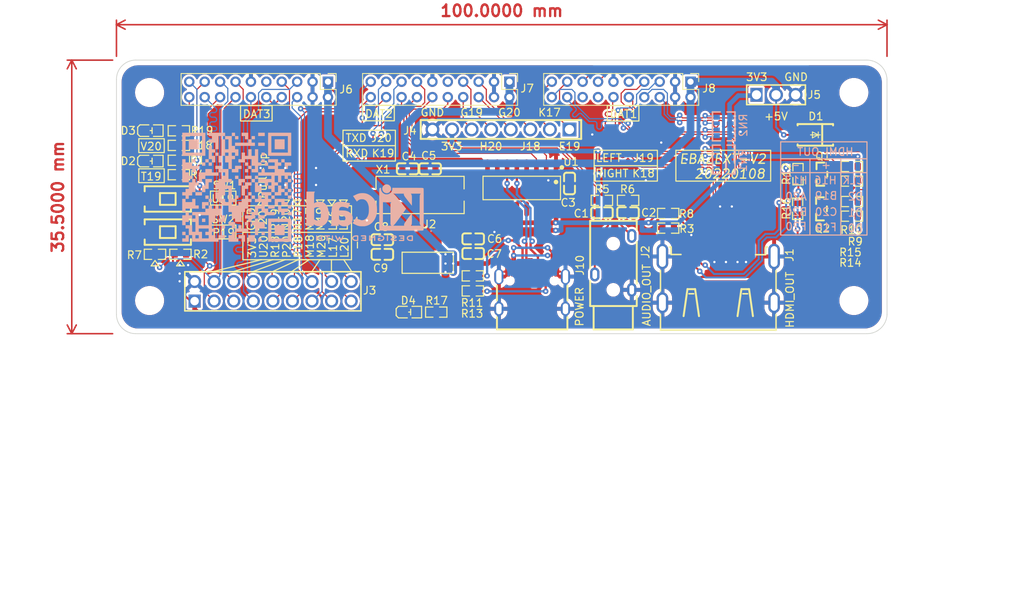
<source format=kicad_pcb>
(kicad_pcb (version 20211014) (generator pcbnew)
  (layers (0 "F.Cu" signal) (31 "B.Cu" signal) (34 "B.Paste" user) (35 "F.Paste" user) (36 "B.SilkS" user "B.Silkscreen") (37 "F.SilkS" user "F.Silkscreen") (38 "B.Mask" user) (39 "F.Mask" user) (44 "Edge.Cuts" user))
  (net 0 "")
  (net 1 "+5V")
  (net 2 "GND")
  (net 3 "Net-(D1-Pad1)")
  (net 4 "Net-(D2-Pad1)")
  (net 5 "Net-(C1-Pad1)")
  (net 6 "/D0-")
  (net 7 "/D0+")
  (net 8 "/D1")
  (net 9 "/D2")
  (net 11 "/D3-")
  (net 12 "/D3+")
  (net 13 "/D4-")
  (net 14 "/D4+")
  (net 15 "/D5-")
  (net 16 "/D5+")
  (net 17 "/PL_LED0")
  (net 18 "/PL_KEY1")
  (net 19 "/PL_KEY0")
  (net 20 "/PL_LED1")
  (net 21 "/IO_4")
  (net 22 "/IO_5")
  (net 24 "/AUDIO_L")
  (net 25 "/AUDIO_R")
  (net 26 "/TXD")
  (net 27 "/RXD")
  (net 28 "/D6-")
  (net 29 "/D6+")
  (net 30 "/D7-")
  (net 31 "/D7+")
  (net 32 "/D8-")
  (net 33 "/D8+")
  (net 34 "/HDMI_CK+")
  (net 35 "/HDMI_D2-")
  (net 36 "/HDMI_D1-")
  (net 37 "/HDMI_D2+")
  (net 39 "/HDMI_D1+")
  (net 40 "/HDMI_CK-")
  (net 41 "/HDMI_SDA")
  (net 42 "/IO_0")
  (net 43 "/HDMI_SCL")
  (net 44 "/IO_1")
  (net 45 "/IO_2")
  (net 46 "/HDMI_D0-")
  (net 47 "/IO_3")
  (net 48 "/HDMI_D0+")
  (net 49 "+3V3")
  (net 50 "Net-(C3-Pad1)")
  (net 51 "/D+")
  (net 52 "/D-")
  (net 53 "Net-(C5-Pad1)")
  (net 54 "Net-(C4-Pad1)")
  (net 62 "Net-(D3-Pad1)")
  (net 63 "/SDA")
  (net 64 "Net-(J1-Pad13)")
  (net 65 "/SCL")
  (net 67 "Net-(J1-Pad19)")
  (net 68 "Net-(D4-Pad1)")
  (net 70 "Net-(J10-PadA5)")
  (net 71 "Net-(J10-PadB5)")
  (net 72 "Net-(C2-Pad1)")
  (net 76 "Net-(Q1-Pad1)")
  (net 77 "Net-(Q2-Pad1)")
  (footprint "MountingHole:MountingHole_3.2mm_M3" (layer "F.Cu") (at 195.7 96.2)
    (fp_text reference "REF**" hide)
    (fp_text value "MountingHole_3.2mm_M3")
  )
  (footprint "kicad_lceda:SOIC-16_L9.9-W3.9-P1.27-LS6.0-BL" (layer "F.Cu") (at 152.5975 81.58925 180)
    (fp_text reference "U1")
    (fp_text value "CH340G")
  )
  (footprint "kicad_lceda:C0603" (layer "F.Cu") (at 134.5 90.2 180)
    (fp_text reference "C9")
    (fp_text value "104")
  )
  (footprint "kicad_lceda:SOT-23_L2.9-W1.3-P1.90-LS2.4-BR" (layer "F.Cu") (at 191.55 79.8)
    (fp_text reference "Q1")
    (fp_text value "AO3400")
  )
  (footprint "EBAZEXT:EBAZEXT-DAT" (layer "F.Cu") (at 126.07 68.26 -90)
    (fp_text reference "J6")
    (fp_text value "DATA3")
  )
  (footprint "EBAZEXT:EBAZEXT-DAT" (layer "F.Cu") (at 149.62 68.26 -90)
    (fp_text reference "J7")
    (fp_text value "DATA2")
  )
  (footprint "kicad_lceda:LED0603-FD" (layer "F.Cu") (at 104.5 78.1 180)
    (fp_text reference "D2")
    (fp_text value "LED")
  )
  (footprint "kicad_lceda:R0603" (layer "F.Cu") (at 108.1 74.166668)
    (fp_text reference "R19")
    (fp_text value "1K")
  )
  (footprint "kicad_lceda:R0603" (layer "F.Cu") (at 188.45 79.8 90)
    (fp_text reference "R12")
    (fp_text value "2K2")
  )
  (footprint "kicad_lceda:C0603" (layer "F.Cu") (at 162.997 84.8 180)
    (fp_text reference "C1")
    (fp_text value "104")
  )
  (footprint "kicad_lceda:SOT-223-4_L6.5-W3.5-P2.30-LS7.0-BR" (layer "F.Cu") (at 140.4 91.3 -90)
    (fp_text reference "U2")
    (fp_text value "AMS1117-3.3")
  )
  (footprint "kicad_lceda:R0603" (layer "F.Cu") (at 171.6 86.8 180)
    (fp_text reference "R3")
    (fp_text value "10K")
  )
  (footprint "kicad_lceda:R0603" (layer "F.Cu") (at 166.397 83.2 180)
    (fp_text reference "R6")
    (fp_text value "3K3")
  )
  (footprint "MountingHole:MountingHole_3.2mm_M3" (layer "F.Cu") (at 104.3 69.2)
    (fp_text reference "REF**" hide)
    (fp_text value "MountingHole_3.2mm_M3")
  )
  (footprint "kicad_lceda:AUDIO-TH_PJ-3200" (layer "F.Cu") (at 164.476 91.3125 90)
    (fp_text reference "J2")
    (fp_text value "PJ-3200")
  )
  (footprint "kicad_lceda:R0603" (layer "F.Cu") (at 188.4 84.3 90)
    (fp_text reference "R16")
    (fp_text value "2K2")
  )
  (footprint "kicad_lceda:R0603" (layer "F.Cu") (at 171.6 84.9 180)
    (fp_text reference "R8")
    (fp_text value "27K")
  )
  (footprint "kicad_lceda:R0603" (layer "F.Cu") (at 105 90.2 180)
    (fp_text reference "R7")
    (fp_text value "4K7")
  )
  (footprint "kicad_lceda:C0603" (layer "F.Cu") (at 134.5 88.3 180)
    (fp_text reference "C8")
    (fp_text value "106")
  )
  (footprint "kicad_lceda:R0603" (layer "F.Cu") (at 108.3 90.2)
    (fp_text reference "R2")
    (fp_text value "4K7")
  )
  (footprint "EBAZEXT:EBAZEXT-DAT" (layer "F.Cu") (at 173.12 68.26 -90)
    (fp_text reference "J8")
    (fp_text value "DATA1")
  )
  (footprint "kicad_lceda:R0603" (layer "F.Cu") (at 162.997 83.2)
    (fp_text reference "R5")
    (fp_text value "3K3")
  )
  (footprint "kicad_lceda:HDR-TH_18P-P2.54-V-F-R2-C9-S2.54-1" (layer "F.Cu") (at 120.3 95)
    (fp_text reference "J3")
    (fp_text value "CMOS")
  )
  (footprint "kicad_lceda:DO-214AC_L4.3-W2.7-LS5.3-RD" (layer "F.Cu") (at 190.7 74.7 180)
    (fp_text reference "D1")
    (fp_text value "SS34")
  )
  (footprint "kicad_lceda:HDR-TH_8P-P2.54-V-F-1" (layer "F.Cu") (at 149.9 74 180)
    (fp_text reference "J4")
    (fp_text value "GPIO")
  )
  (footprint "kicad_lceda:SOT-23_L2.9-W1.3-P1.90-LS2.4-BR" (layer "F.Cu") (at 191.5 84.3)
    (fp_text reference "Q2")
    (fp_text value "AO3400")
  )
  (footprint "kicad_lceda:R0603" (layer "F.Cu") (at 108.1 78 180)
    (fp_text reference "R1")
    (fp_text value "10K")
  )
  (footprint "kicad_lceda:C0603" (layer "F.Cu") (at 137.8 79.1)
    (fp_text reference "C4")
    (fp_text value "22P")
  )
  (footprint "kicad_lceda:R0603" (layer "F.Cu") (at 146.25 93 180)
    (fp_text reference "R11")
    (fp_text value "5K1")
  )
  (footprint "kicad_lceda:R0603" (layer "F.Cu") (at 108.1 79.866668 180)
    (fp_text reference "R4")
    (fp_text value "10K")
  )
  (footprint "kicad_lceda:R0603" (layer "F.Cu") (at 195.45 85.25 180)
    (fp_text reference "R14")
    (fp_text value "10K")
  )
  (footprint "kicad_lceda:HDMI-SMD_HDMI-019S" (layer "F.Cu") (at 178.1 93.1)
    (fp_text reference "J1")
    (fp_text value "HDMI-OUT")
  )
  (footprint "kicad_lceda:C0603" (layer "F.Cu") (at 140.7 79.1 180)
    (fp_text reference "C5")
    (fp_text value "22P")
  )
  (footprint "kicad_lceda:SW-SMD_L6.0-W3.3-LS8.0" (layer "F.Cu") (at 106.8 87.3)
    (fp_text reference "SW2")
    (fp_text value "KEY")
  )
  (footprint "MountingHole:MountingHole_3.2mm_M3" (layer "F.Cu") (at 195.7 69.2)
    (fp_text reference "REF**" hide)
    (fp_text value "MountingHole_3.2mm_M3")
  )
  (footprint "kicad_lceda:C0603" (layer "F.Cu") (at 158.8 81 90)
    (fp_text reference "C3")
    (fp_text value "104")
  )
  (footprint "kicad_lceda:R0603" (layer "F.Cu") (at 146.25 94.95 180)
    (fp_text reference "R13")
    (fp_text value "5K1")
  )
  (footprint "kicad_lceda:R0603" (layer "F.Cu") (at 195.45 83.35 180)
    (fp_text reference "R15")
    (fp_text value "2K2")
  )
  (footprint "kicad_lceda:C0603" (layer "F.Cu") (at 146.3 88.2)
    (fp_text reference "C6")
    (fp_text value "106")
  )
  (footprint "kicad_lceda:R0603" (layer "F.Cu") (at 108.1 76.066668)
    (fp_text reference "R18")
    (fp_text value "1K")
  )
  (footprint "kicad_lceda:R0603" (layer "F.Cu") (at 141.5 97.7 180)
    (fp_text reference "R17")
    (fp_text value "1K")
  )
  (footprint "kicad_lceda:SW-SMD_L6.0-W3.3-LS8.0" (layer "F.Cu") (at 106.8 83)
    (fp_text reference "SW1")
    (fp_text value "KEY")
  )
  (footprint "kicad_lceda:USB-C-SMD_KH-TYPE-C-16P" (layer "F.Cu") (at 153.95 94.859)
    (fp_text reference "J10")
    (fp_text value "KH-TYPE-C-16P")
  )
  (footprint "kicad_lceda:R0603" (layer "F.Cu") (at 195.45 78.8 180)
    (fp_text reference "R10")
    (fp_text value "2K2")
  )
  (footprint "MountingHole:MountingHole_3.2mm_M3" (layer "F.Cu") (at 104.3 96.2)
    (fp_text reference "REF**" hide)
    (fp_text value "MountingHole_3.2mm_M3")
  )
  (footprint "kicad_lceda:HDR-TH_3P-P2.54-V-M-1" (layer "F.Cu") (at 185.6 69.5)
    (fp_text reference "J5")
    (fp_text value "POWER_O")
  )
  (footprint "kicad_lceda:HC-49S_L11.4-W4.8" (layer "F.Cu") (at 139.4 82.5)
    (fp_text reference "X1")
    (fp_text value "12MHz")
  )
  (footprint "kicad_lceda:C0603" (layer "F.Cu") (at 166.397 84.8)
    (fp_text reference "C2")
    (fp_text value "104")
  )
  (footprint "kicad_lceda:R0603" (layer "F.Cu") (at 195.45 80.7 180)
    (fp_text reference "R9")
    (fp_text value "10K")
  )
  (footprint "kicad_lceda:LED0603-FD" (layer "F.Cu") (at 138.05 97.7 180)
    (fp_text reference "D4")
    (fp_text value "LED")
  )
  (footprint "kicad_lceda:C0603" (layer "F.Cu") (at 146.3 90.1)
    (fp_text reference "C7")
    (fp_text value "104")
  )
  (footprint "kicad_lceda:LED0603-FD" (layer "F.Cu") (at 104.5 74.15 180)
    (fp_text reference "D3")
    (fp_text value "LED")
  )
  (footprint "Symbol:KiCad-Logo2_6mm_SilkScreen" (layer "B.Cu") (at 132.207487 84.104848 180)
    (fp_text reference "G2" hide)
    (fp_text value "KiCad-Logo2_6mm_SilkScreen" hide)
  )
  (footprint "kicad_lceda:RES-ARRAY-SMD_0603-8P-L3.2-W1.6-BL" (layer "B.Cu") (at 178.8 73.6 90)
    (fp_text reference "RN2")
    (fp_text value "49.9R")
  )
  (footprint "kicad_lceda:RES-ARRAY-SMD_0603-8P-L3.2-W1.6-BL" (layer "B.Cu") (at 178.8 77.9 90)
    (fp_text reference "RN1")
    (fp_text value "49.9R")
  )
  (footprint "LOGO" (layer "B.Cu") (at 115.6 81.5 180)
    (fp_text reference "G1" hide)
    (fp_text value "QRCode" hide)
  )
  (gr_rect (start 197.4 87.7) (end 186.2 75.6) (layer "B.SilkS") (width 0.1524) (fill none))
  (gr_line (start 190 77.8) (end 190 87.7) (layer "B.SilkS") (width 0.1524))
  (gr_line (start 194 77.8) (end 194 87.7) (layer "B.SilkS") (width 0.1524))
  (gr_line (start 197.4 77.8) (end 186.2 77.8) (layer "B.SilkS") (width 0.1524))
  (gr_line (start 186.2 79.6) (end 197.4 79.6) (layer "B.SilkS") (width 0.1524))
  (gr_line (start 122.95 83.15) (end 123.95 83.15) (layer "F.SilkS") (width 0.1524))
  (gr_line (start 121.9 90.9) (end 117.8 92.4) (layer "F.SilkS") (width 0.1524))
  (gr_line (start 105.5 91.7) (end 104.5 91.7) (layer "F.SilkS") (width 0.1524))
  (gr_line (start 125 90.9) (end 123.45 90.9) (layer "F.SilkS") (width 0.1524))
  (gr_line (start 129.95 83.15) (end 129.45 83.85) (layer "F.SilkS") (width 0.1524))
  (gr_line (start 118.85 83.1) (end 119.35 83.8) (layer "F.SilkS") (width 0.1524))
  (gr_line (start 126.95 83.15) (end 126.45 83.85) (layer "F.SilkS") (width 0.1524))
  (gr_rect (start 116.4 83.9) (end 130.5 90.9) (layer "F.SilkS") (width 0.1524) (fill none))
  (gr_line (start 121.45 83.15) (end 122.45 83.15) (layer "F.SilkS") (width 0.1524))
  (gr_line (start 118.8 90.9) (end 112.7 92.4) (layer "F.SilkS") (width 0.1524))
  (gr_line (start 125.95 83.15) (end 126.95 83.15) (layer "F.SilkS") (width 0.1524))
  (gr_line (start 127.95 83.85) (end 127.45 83.15) (layer "F.SilkS") (width 0.1524))
  (gr_line (start 122.45 83.15) (end 121.95 83.85) (layer "F.SilkS") (width 0.1524))
  (gr_line (start 128.45 83.15) (end 127.95 83.85) (layer "F.SilkS") (width 0.1524))
  (gr_line (start 128.95 83.15) (end 129.95 83.15) (layer "F.SilkS") (width 0.1524))
  (gr_line (start 119.35 83.8) (end 118.35 83.8) (layer "F.SilkS") (width 0.1524))
  (gr_rect (start 112.2 82) (end 115.5 83.8) (layer "F.SilkS") (width 0.1524) (fill none))
  (gr_rect (start 170.2 76.7) (end 162 80.7) (layer "F.SilkS") (width 0.1524) (fill none))
  (gr_line (start 108.3 91) (end 108.8 91.7) (layer "F.SilkS") (width 0.1524))
  (gr_rect (start 172.6 76.7) (end 184.9 80.7) (layer "F.SilkS") (width 0.1524) (fill none))
  (gr_line (start 105 91) (end 105.5 91.7) (layer "F.SilkS") (width 0.1524))
  (gr_line (start 124.95 83.85) (end 124.45 83.15) (layer "F.SilkS") (width 0.1524))
  (gr_line (start 120.31 92.42) (end 123.6 90.9) (layer "F.SilkS") (width 0.1524))
  (gr_line (start 129.4 76.1) (end 136.2 76.1) (layer "F.SilkS") (width 0.1524))
  (gr_line (start 104.5 91.7) (end 105 91) (layer "F.SilkS") (width 0.1524))
  (gr_line (start 121.95 83.85) (end 121.45 83.15) (layer "F.SilkS") (width 0.1524))
  (gr_line (start 127.9 90.9) (end 127.9 92.4) (layer "F.SilkS") (width 0.1524))
  (gr_line (start 125.45 83.15) (end 124.95 83.85) (layer "F.SilkS") (width 0.1524))
  (gr_line (start 107.8 91.7) (end 108.3 91) (layer "F.SilkS") (width 0.1524))
  (gr_line (start 123.45 83.85) (end 122.95 83.15) (layer "F.SilkS") (width 0.1524))
  (gr_line (start 122.8 92.4) (end 125 90.9) (layer "F.SilkS") (width 0.1524))
  (gr_line (start 129.45 83.85) (end 128.95 83.15) (layer "F.SilkS") (width 0.1524))
  (gr_line (start 129.5 90.9) (end 130.5 92.4) (layer "F.SilkS") (width 0.1524))
  (gr_rect (start 131.958863 70.872335) (end 136.058863 72.872335) (layer "F.SilkS") (width 0.1524) (fill none))
  (gr_line (start 124.45 83.15) (end 125.45 83.15) (layer "F.SilkS") (width 0.1524))
  (gr_rect (start 102.9 79.1) (end 106.2 80.9) (layer "F.SilkS") (width 0.1524) (fill none))
  (gr_rect (start 116.1 70.9) (end 120.2 72.9) (layer "F.SilkS") (width 0.1524) (fill none))
  (gr_line (start 126.4 90.9) (end 125.4 92.4) (layer "F.SilkS") (width 0.1524))
  (gr_line (start 108.8 91.7) (end 107.8 91.7) (layer "F.SilkS") (width 0.1524))
  (gr_line (start 120.3 90.9) (end 115.3 92.4) (layer "F.SilkS") (width 0.1524))
  (gr_line (start 126.45 83.85) (end 125.95 83.15) (layer "F.SilkS") (width 0.1524))
  (gr_rect (start 102.9 75.2) (end 106.2 77) (layer "F.SilkS") (width 0.1524) (fill none))
  (gr_line (start 162 78.7) (end 170.2 78.7) (layer "F.SilkS") (width 0.1524))
  (gr_rect (start 136.2 74.1) (end 129.4 78.1) (layer "F.SilkS") (width 0.1524) (fill none))
  (gr_line (start 118.35 83.8) (end 118.85 83.1) (layer "F.SilkS") (width 0.1524))
  (gr_line (start 116.4 87.35) (end 130.5 87.35) (layer "F.SilkS") (width 0.1524))
  (gr_rect (start 163.7 70.9) (end 167.8 72.9) (layer "F.SilkS") (width 0.1524) (fill none))
  (gr_line (start 127.45 83.15) (end 128.45 83.15) (layer "F.SilkS") (width 0.1524))
  (gr_rect (start 112.2 86.4) (end 115.5 88.2) (layer "F.SilkS") (width 0.1524) (fill none))
  (gr_line (start 123.95 83.15) (end 123.45 83.85) (layer "F.SilkS") (width 0.1524))
  (gr_line (start 200.00626 98.003131) (end 200 67.5) (layer "Edge.Cuts") (width 0.1))
  (gr_line (start 197.4 100.5) (end 102.499673 100.5) (layer "Edge.Cuts") (width 0.1))
  (gr_arc (start 200.00626 98.003131) (mid 199.207366 99.777893) (end 197.4 100.5) (layer "Edge.Cuts") (width 0.1))
  (gr_arc (start 102.499673 100.5) (mid 100.731276 99.767137) (end 99.999673 97.998218) (layer "Edge.Cuts") (width 0.1))
  (gr_arc (start 100.000759 67.496804) (mid 100.732992 65.729037) (end 102.500759 64.996804) (layer "Edge.Cuts") (width 0.1))
  (gr_line (start 99.999673 97.998218) (end 100.000759 67.496804) (layer "Edge.Cuts") (width 0.1))
  (gr_arc (start 197.4 65) (mid 199.203469 65.726392) (end 200 67.5) (layer "Edge.Cuts") (width 0.1))
  (gr_line (start 102.500759 64.996804) (end 197.4 65) (layer "Edge.Cuts") (width 0.1))
  (gr_text "F20" (at 188.2 86.6) (layer "B.SilkS") (effects (font (size 1 1)) (justify mirror)))
  (gr_text "B19" (at 192.1 82.6) (layer "B.SilkS") (effects (font (size 1 1)) (justify mirror)))
  (gr_text "D0" (at 195.9 86.8) (layer "B.SilkS") (effects (font (size 1 1)) (justify mirror)))
  (gr_text "H17" (at 188.2 80.6) (layer "B.SilkS") (effects (font (size 1 1)) (justify mirror)))
  (gr_text "D1" (at 195.9 84.8) (layer "B.SilkS") (effects (font (size 1 1)) (justify mirror)))
  (gr_text "A20" (at 188.2 82.7) (layer "B.SilkS") (effects (font (size 1 1)) (justify mirror)))
  (gr_text "HDMI OUT" (at 192 76.9) (layer "B.SilkS") (effects (font (size 1 1)) (justify mirror)))
  (gr_text "-" (at 188.1 78.6) (layer "B.SilkS") (effects (font (size 1 1)) (justify mirror)))
  (gr_text "H16" (at 192 80.6) (layer "B.SilkS") (effects (font (size 1 1)) (justify mirror)))
  (gr_text "D2" (at 195.9 82.7) (layer "B.SilkS") (effects (font (size 1 1)) (justify mirror)))
  (gr_text "F19" (at 192.1 86.7) (layer "B.SilkS") (effects (font (size 1 1)) (justify mirror)))
  (gr_text "C20" (at 192.1 84.7) (layer "B.SilkS") (effects (font (size 1 1)) (justify mirror)))
  (gr_text "CLK" (at 195.6 80.6) (layer "B.SilkS") (effects (font (size 1 1)) (justify mirror)))
  (gr_text "+" (at 192.1 78.6) (layer "B.SilkS") (effects (font (size 1 1)) (justify mirror)))
  (gr_text "B20" (at 188.2 84.7) (layer "B.SilkS") (effects (font (size 1 1)) (justify mirror)))
  (gr_text "POWER" (at 160.1 97 90) (layer "F.SilkS") (effects (font (size 1 1) (thickness 0.1524))))
  (gr_text "M20" (at 126.6 89.152381 90) (layer "F.SilkS") (effects (font (size 1 1) (thickness 0.1524))))
  (gr_text "K19" (at 134.6 77.1) (layer "F.SilkS") (effects (font (size 1 1) (thickness 0.1524))))
  (gr_text "HDMI_OUT" (at 187.4 96.1 90) (layer "F.SilkS") (effects (font (size 1 1) (thickness 0.1524))))
  (gr_text "G19" (at 146.1 71.8) (layer "F.SilkS") (effects (font (size 1 1) (thickness 0.1524))))
  (gr_text "DAT2" (at 134.058863 71.972335) (layer "F.SilkS") (effects (font (size 1 1) (thickness 0.1524))))
  (gr_text "GND" (at 117.5 85.628572 90) (layer "F.SilkS") (effects (font (size 1 1) (thickness 0.1524))))
  (gr_text "K18" (at 168.4 79.7) (layer "F.SilkS") (effects (font (size 1 1) (thickness 0.1524))))
  (gr_text "J19" (at 168.4 77.7) (layer "F.SilkS") (effects (font (size 1 1) (thickness 0.1524))))
  (gr_text "DAT3" (at 118.2 72) (layer "F.SilkS") (effects (font (size 1 1) (thickness 0.1524))))
  (gr_text "3V3" (at 117.6 89.295238 90) (layer "F.SilkS") (effects (font (size 1 1) (thickness 0.1524))))
  (gr_text "U19" (at 113.8 83) (layer "F.SilkS") (effects (font (size 1 1))))
  (gr_text "V20" (at 104.5 76.2) (layer "F.SilkS") (effects (font (size 1 1))))
  (gr_text "DAT1" (at 165.8 72) (layer "F.SilkS") (effects (font (size 1 1) (thickness 0.1524))))
  (gr_text "L17" (at 128.1 89.319047 90) (layer "F.SilkS") (effects (font (size 1 1) (thickness 0.1524))))
  (gr_text "P18" (at 123.6 89.223809 90) (layer "F.SilkS") (effects (font (size 1 1) (thickness 0.1524))))
  (gr_text "J18" (at 153.7 76.2) (layer "F.SilkS") (effects (font (size 1 1) (thickness 0.1524))))
  (gr_text "K17" (at 156.2 71.8) (layer "F.SilkS") (effects (font (size 1 1) (thickness 0.1524))))
  (gr_text "J20" (at 134.4 75.1) (layer "F.SilkS") (effects (font (size 1 1) (thickness 0.1524))))
  (gr_text "+" (at 131.2 85.7) (layer "F.SilkS") (effects (font (size 1 1))))
  (gr_text "U20" (at 119.1 89.2 90) (layer "F.SilkS") (effects (font (size 1 1) (thickness 0.1524))))
  (gr_text "3V3" (at 183.1 67.2) (layer "F.SilkS") (effects (font (size 1 1))))
  (gr_text "T19" (at 104.5 80.1) (layer "F.SilkS") (effects (font (size 1 1))))
  (gr_text "M18" (at 125.1 89.152381 90) (layer "F.SilkS") (effects (font (size 1 1) (thickness 0.1524))))
  (gr_text "RXD" (at 131.2 77.1) (layer "F.SilkS") (effects (font (size 1 1) (thickness 0.1524))))
  (gr_text "T20" (at 119 85.819048 90) (layer "F.SilkS") (effects (font (size 1 1) (thickness 0.1524))))
  (gr_text "L16" (at 128.1 85.795238 90) (layer "F.SilkS") (effects (font (size 1 1) (thickness 0.1524))))
  (gr_text "Pull-up" (at 119 80 90) (layer "F.SilkS") (effects (font (size 1 1))))
  (gr_text "3V3" (at 143.5 76.2) (layer "F.SilkS") (effects (font (size 1 1) (thickness 0.1524))))
  (gr_text "P19" (at 113.9 87.4) (layer "F.SilkS") (effects (font (size 1 1))))
  (gr_text "EBAZEXT-V2\n  20220108" (at 178.7 78.8) (layer "F.SilkS") (effects (font (size 1.2 1.2) (thickness 0.17) italic)))
  (gr_text "GND" (at 188.2 67.2) (layer "F.SilkS") (effects (font (size 1 1))))
  (gr_text "H20" (at 148.6 76.2) (layer "F.SilkS") (effects (font (size 1 1) (thickness 0.1524))))
  (gr_text "L20" (at 129.6 89.319047 90) (layer "F.SilkS") (effects (font (size 1 1) (thickness 0.1524))))
  (gr_text "N17" (at 123.5 85.676191 90) (layer "F.SilkS") (effects (font (size 1 1) (thickness 0.1524))))
  (gr_text "TXD" (at 131.1 75.1) (layer "F.SilkS") (effects (font (size 1 1) (thickness 0.1524))))
  (gr_text "M19" (at 126.5 85.628572 90) (layer "F.SilkS") (effects (font (size 1 1) (thickness 0.1524))))
  (gr_text "+5V" (at 185.6 72.3) (layer "F.SilkS") (effects (font (size 1 1))))
  (gr_text "L19" (at 129.5 85.795238 90) (layer "F.SilkS") (effects (font (size 1 1) (thickness 0.1524))))
  (gr_text "-" (at 131.2 89 90) (layer "F.SilkS") (effects (font (size 1 1))))
  (gr_text "R18" (at 120.6 89.223809 90) (layer "F.SilkS") (effects (font (size 1 1) (thickness 0.1524))))
  (gr_text "RIGHT" (at 164.3 79.7) (layer "F.SilkS") (effects (font (size 1 1) (thickness 0.1524))))
  (gr_text "N20" (at 122 85.676191 90) (layer "F.SilkS") (effects (font (size 1 1) (thickness 0.1524))))
  (gr_text "LEFT" (at 163.9 77.7) (layer "F.SilkS") (effects (font (size 1 1) (thickness 0.1524))))
  (gr_text "G20" (at 151 71.8) (layer "F.SilkS") (effects (font (size 1 1) (thickness 0.1524))))
  (gr_text "GND" (at 141 71.8) (layer "F.SilkS") (effects (font (size 1 1) (thickness 0.1524))))
  (gr_text "AUDIO_OUT" (at 168.799993 95.500012 90) (layer "F.SilkS") (effects (font (size 1 1) (thickness 0.1524))))
  (gr_text "M17" (at 125.1 85.628572 90) (layer "F.SilkS") (effects (font (size 1 1) (thickness 0.1524))))
  (gr_text "E19" (at 158.8 76.2) (layer "F.SilkS") (effects (font (size 1 1) (thickness 0.1524))))
  (gr_text "P20" (at 122.1 89.223809 90) (layer "F.SilkS") (effects (font (size 1 1) (thickness 0.1524))))
  (gr_text "R19" (at 120.6 85.7 90) (layer "F.SilkS") (effects (font (size 1 1) (thickness 0.1524))))
  (dimension (type aligned) (layer "F.Cu") (pts (xy 100 65) (xy 200 65)) (height -4.6) (gr_text "100.0000 mm" (at 150 58.6) (layer "F.Cu") (effects (font (size 1.5 1.5) (thickness 0.3)))) (format (units 3) (units_format 1) (precision 4)) (style (thickness 0.2) (arrow_length 1.27) (text_position_mode 0) (extension_height 0.58642) (extension_offset 0.5) keep_text_aligned))
  (dimension (type aligned) (layer "F.Cu") (pts (xy 100 100.5) (xy 100 65)) (height -5.8) (gr_text "35.5000 mm" (at 92.4 82.75 90) (layer "F.Cu") (effects (font (size 1.5 1.5) (thickness 0.3)))) (format (units 3) (units_format 1) (precision 4)) (style (thickness 0.2) (arrow_length 1.27) (text_position_mode 0) (extension_height 0.58642) (extension_offset 0.5) keep_text_aligned))
  (segment (start 156.5 90.35) (end 156.5 89.9) (width 0.3) (layer "F.Cu") (net 1))
  (segment (start 142.7 94.55) (end 142.7 90.2) (width 1) (layer "F.Cu") (net 1))
  (segment (start 143.7 90.2) (end 143.7 92.5) (width 1) (layer "F.Cu") (net 1))
  (segment (start 156.5 89.9) (end 155.95 89.35) (width 0.3) (layer "F.Cu") (net 1))
  (segment (start 151.7 92.444) (end 151.7 90.45) (width 0.3) (layer "F.Cu") (net 1))
  (segment (start 145.6 91.4) (end 143.7 91.4) (width 0.6) (layer "F.Cu") (net 1))
  (segment (start 151.7 90.45) (end 151.6 90.35) (width 0.3) (layer "F.Cu") (net 1))
  (segment (start 155.95 90.35) (end 156.5 90.35) (width 0.3) (layer "F.Cu") (net 1))
  (segment (start 156.5 92.444) (end 156.5 90.35) (width 0.3) (layer "F.Cu") (net 1))
  (segment (start 188.6 74.7) (end 186.6 74.7) (width 0.25) (layer "F.Cu") (net 1))
  (segment (start 142.7 90.2) (end 143.7 90.2) (width 1) (layer "F.Cu") (net 1))
  (segment (start 145.6 91.4) (end 145.6 88.2) (width 0.6) (layer "F.Cu") (net 1))
  (segment (start 151.4 92.444) (end 151.4 90.55) (width 0.3) (layer "F.Cu") (net 1))
  (segment (start 150.4 90.45) (end 149.15 90.45) (width 0.6) (layer "F.Cu") (net 1))
  (segment (start 148.2 91.4) (end 145.6 91.4) (width 0.6) (layer "F.Cu") (net 1))
  (segment (start 151.4 90.55) (end 151.6 90.35) (width 0.3) (layer "F.Cu") (net 1))
  (segment (start 151.55 91.855) (end 151.55 91.6) (width 0.6) (layer "F.Cu") (net 1))
  (segment (start 149.15 90.45) (end 148.2 91.4) (width 0.6) (layer "F.Cu") (net 1))
  (segment (start 151.55 90.35) (end 151.55 89.35) (width 0.3) (layer "F.Cu") (net 1))
  (segment (start 151.55 91.6) (end 150.4 90.45) (width 0.6) (layer "F.Cu") (net 1))
  (via (at 142.7 91.4) (size 0.7) (drill 0.3) (layers "F.Cu" "B.Cu") (net 1))
  (via (at 155.95 89.35) (size 0.7) (drill 0.3) (layers "F.Cu" "B.Cu") (net 1))
  (via (at 143.7 92.5) (size 0.7) (drill 0.3) (layers "F.Cu" "B.Cu") (net 1))
  (via (at 142.7 90.2) (size 0.7) (drill 0.3) (layers "F.Cu" "B.Cu") (net 1))
  (via (at 155.95 90.35) (size 0.7) (drill 0.3) (layers "F.Cu" "B.Cu") (net 1))
  (via (at 143.7 91.4) (size 0.7) (drill 0.3) (layers "F.Cu" "B.Cu") (net 1))
  (via (at 142.7 92.5) (size 0.7) (drill 0.3) (layers "F.Cu" "B.Cu") (net 1))
  (via (at 143.7 90.2) (size 0.7) (drill 0.3) (layers "F.Cu" "B.Cu") (net 1))
  (via (at 151.55 90.35) (size 0.7) (drill 0.3) (layers "F.Cu" "B.Cu") (net 1))
  (via (at 151.55 89.35) (size 0.7) (drill 0.3) (layers "F.Cu" "B.Cu") (net 1))
  (via (at 186.6 74.7) (size 0.7) (drill 0.3) (layers "F.Cu" "B.Cu") (net 1))
  (segment (start 137.4 78.4) (end 131 78.4) (width 1) (layer "B.Cu") (net 1))
  (segment (start 186.6 74.7) (end 185.6 73.7) (width 0.25) (layer "B.Cu") (net 1))
  (segment (start 139.3 71.7) (end 137.4 73.6) (width 1) (layer "B.Cu") (net 1))
  (segment (start 174.5 67.8) (end 174.5 74.6) (width 1) (layer "B.Cu") (net 1))
  (segment (start 155.95 90.35) (end 151.55 90.35) (width 0.3) (layer "B.Cu") (net 1))
  (segment (start 142.8 90.2) (end 143.7 90.2) (width 1) (layer "B.Cu") (net 1))
  (segment (start 143.7 90.2) (end 143.7 91.4) (width 1) (layer "B.Cu") (net 1))
  (segment (start 127.75 75.15) (end 127.45 74.85) (width 1) (layer "B.Cu") (net 1))
  (segment (start 137.4 73.6) (end 137.4 78.4) (width 1) (layer "B.Cu") (net 1))
  (segment (start 185.615 71.531178) (end 185.615 69.6) (width 0.25) (layer "B.Cu") (net 1))
  (segment (start 150.8 78.4) (end 137.4 78.4) (width 1) (layer "B.Cu") (net 1))
  (segment (start 131 78.4) (end 127.75 75.15) (width 1) (layer "B.Cu") (net 1))
  (segment (start 174.8 69.5) (end 174.5 69.8) (width 0.25) (layer "B.Cu") (net 1))
  (segment (start 174.5 67.8) (end 185.017081 67.8) (width 1) (layer "B.Cu") (net 1))
  (segment (start 142.7 92.5) (end 142.7 90.2) (width 1) (layer "B.Cu") (net 1))
  (segment (start 151 67.8) (end 151 71.7) (width 1) (layer "B.Cu") (net 1))
  (segment (start 127.75 75.15) (end 142.8 90.2) (width 1) (layer "B.Cu") (net 1))
  (segment (start 170.7 78.4) (end 150.8 78.4) (width 1) (layer "B.Cu") (net 1))
  (segment (start 174.5 74.6) (end 170.7 78.4) (width 1) (layer "B.Cu") (net 1))
  (segment (start 185.615 68.397919) (end 185.615 69.6) (width 1) (layer "B.Cu") (net 1))
  (segment (start 185.017081 67.8) (end 185.615 68.397919) (width 1) (layer "B.Cu") (net 1))
  (segment (start 151.55 89.35) (end 155.95 89.35) (width 0.3) (layer "B.Cu") (net 1))
  (segment (start 185.6 73.7) (end 185.6 71.546178) (width 0.25) (layer "B.Cu") (net 1))
  (segment (start 151 71.7) (end 139.3 71.7) (width 1) (layer "B.Cu") (net 1))
  (segment (start 127.45 74.85) (end 127.45 67.8) (width 1) (layer "B.Cu") (net 1))
  (segment (start 143.7 91.4) (end 143.7 92.5) (width 1) (layer "B.Cu") (net 1))
  (segment (start 185.6 71.546178) (end 185.615 71.531178) (width 0.25) (layer "B.Cu") (net 1))
  (segment (start 180.599 91.199) (end 180.6 91.2) (width 0.25) (layer "F.Cu") (net 2))
  (segment (start 177.6 89.641) (end 177.6 91.2) (width 0.25) (layer "F.Cu") (net 2))
  (segment (start 181.7 91.2) (end 182.1 91.1) (width 0.25) (layer "F.Cu") (net 2))
  (segment (start 182.1 91.1) (end 182.1 89.641) (width 0.25) (layer "F.Cu") (net 2))
  (segment (start 179.101 89.641) (end 179.101 91.199) (width 0.25) (layer "F.Cu") (net 2))
  (segment (start 174.6 89.641) (end 174.6 87.7) (width 0.25) (layer "F.Cu") (net 2))
  (segment (start 179.101 91.199) (end 179.1 91.2) (width 0.25) (layer "F.Cu") (net 2))
  (segment (start 180.599 89.641) (end 180.599 91.199) (width 0.25) (layer "F.Cu") (net 2))
  (via (at 181 74.3) (size 0.7) (drill 0.3) (layers "F.Cu" "B.Cu") (net 2))
  (via (at 181.7 91.2) (size 0.7) (drill 0.3) (layers "F.Cu" "B.Cu") (net 2))
  (via (at 180.6 91.2) (size 0.7) (drill 0.3) (layers "F.Cu" "B.Cu") (net 2))
  (via (at 132.5 85.8) (size 0.7) (drill 0.3) (layers "F.Cu" "B.Cu") (net 2))
  (via (at 121.9 81.2) (size 0.7) (drill 0.3) (layers "F.Cu" "B.Cu") (net 2))
  (via (at 118.7 81.2) (size 0.7) (drill 0.3) (layers "F.Cu" "B.Cu") (net 2))
  (via (at 178.336782 83.99755) (size 0.7) (drill 0.3) (layers "F.Cu" "B.Cu") (net 2))
  (via (at 108.2 91.6) (size 0.7) (drill 0.3) (layers "F.Cu" "B.Cu") (net 2))
  (via (at 161.75 74.65) (size 0.7) (drill 0.3) (layers "F.Cu" "B.Cu") (net 2))
  (via (at 108.2 92.7) (size 0.7) (drill 0.3) (layers "F.Cu" "B.Cu") (net 2))
  (via (at 156.045197 80.599833) (size 0.7) (drill 0.3) (layers "F.Cu" "B.Cu") (net 2))
  (via (at 109.3 91.6) (size 0.7) (drill 0.3) (layers "F.Cu" "B.Cu") (net 2))
  (via (at 118.7 79) (size 0.7) (drill 0.3) (layers "F.Cu" "B.Cu") (net 2))
  (via (at 125.9 81.2) (size 0.7) (drill 0.3) (layers "F.Cu" "B.Cu") (net 2))
  (via (at 110.8 85.1) (size 0.7) (drill 0.3) (layers "F.Cu" "B.Cu") (net 2))
  (via (at 121.9 79) (size 0.7) (drill 0.3) (layers "F.Cu" "B.Cu") (net 2))
  (via (at 149.05 87.3) (size 0.7) (drill 0.3) (layers "F.Cu" "B.Cu") (net 2))
  (via (at 168.7 80.6) (size 0.7) (drill 0.3) (layers "F.Cu" "B.Cu") (net 2))
  (via (at 170.7 75.7) (size 0.7) (drill 0.3) (layers "F.Cu" "B.Cu") (net 2))
  (via (at 177.6 91.2) (size 0.7) (drill 0.3) (layers "F.Cu" "B.Cu") (net 2))
  (via (at 174.6 87.7) (size 0.7) (drill 0.3) (layers "F.Cu" "B.Cu") (net 2))
  (via (at 174 77.9) (size 0.7) (drill 0.3) (layers "F.Cu" "B.Cu") (net 2))
  (via (at 125.9 79) (size 0.7) (drill 0.3) (layers "F.Cu" "B.Cu") (net 2))
  (via (at 179.1 91.2) (size 0.7) (drill 0.3) (layers "F.Cu" "B.Cu") (net 2))
  (via (at 108.2 93.7) (size 0.7) (drill 0.3) (layers "F.Cu" "B.Cu") (net 2))
  (via (at 179.861233 83.995565) (size 0.7) (drill 0.3) (layers "F.Cu" "B.Cu") (net 2))
  (segment (start 198.40072 86.39928) (end 198.40072 77.00072) (width 0.25) (layer "F.Cu") (net 3))
  (segment (start 188.4 86.9) (end 188.4 85.07) (width 0.25) (layer "F.Cu") (net 3))
  (segment (start 186.2 93.7) (end 188.4 91.5) (width 0.25) (layer "F.Cu") (net 3))
  (segment (start 188.4 89.3) (end 188.4 86.9) (width 0.25) (layer "F.Cu") (net 3))
  (segment (start 175.4 93.7) (end 186.2 93.7) (width 0.25) (layer "F.Cu") (net 3))
  (segment (start 196.1 74.7) (end 192.8 74.7) (width 0.25) (layer "F.Cu") (net 3))
  (segment (start 188.5 81.9) (end 188.5 80.57) (width 0.25) (layer "F.Cu") (net 3))
  (segment (start 174.1 92.4) (end 175.4 93.7) (width 0.25) (layer "F.Cu") (net 3))
  (segment (start 198.40072 77.00072) (end 196.1 74.7) (width 0.25) (layer "F.Cu") (net 3))
  (segment (start 188.4 91.5) (end 188.4 89.3) (width 0.25) (layer "F.Cu") (net 3))
  (segment (start 188.4 89.3) (end 195.5 89.3) (width 0.25) (layer "F.Cu") (net 3))
  (segment (start 195.5 89.3) (end 198.40072 86.39928) (width 0.25) (layer "F.Cu") (net 3))
  (segment (start 174.1 89.641) (end 174.1 92.4) (width 0.25) (layer "F.Cu") (net 3))
  (via (at 188.4 86.9) (size 0.7) (drill 0.3) (layers "F.Cu" "B.Cu") (net 3))
  (via (at 188.5 82) (size 0.7) (drill 0.3) (layers "F.Cu" "B.Cu") (net 3))
  (segment (start 188.4 86.9) (end 188.4 82.7) (width 0.25) (layer "B.Cu") (net 3))
  (segment (start 188.5 82.6) (end 188.5 81.9) (width 0.25) (layer "B.Cu") (net 3))
  (segment (start 188.4 82.7) (end 188.5 82.6) (width 0.25) (layer "B.Cu") (net 3))
  (segment (start 107.33 76.066668) (end 105.296668 78.1) (width 0.1524) (layer "F.Cu") (net 4))
  (segment (start 163.797 86.5) (end 163.797 84.83) (width 0.25) (layer "F.Cu") (net 5))
  (segment (start 163.797 84.83) (end 163.767 84.8) (width 0.25) (layer "F.Cu") (net 5))
  (segment (start 163.767 84.8) (end 163.767 83.1) (width 0.25) (layer "F.Cu") (net 5))
  (segment (start 162.073 88.224) (end 163.797 86.5) (width 0.25) (layer "F.Cu") (net 5))
  (segment (start 162.073 92.8) (end 162.073 88.224) (width 0.25) (layer "F.Cu") (net 5))
  (segment (start 111.4 95) (end 111.4 92.4) (width 0.1524) (layer "F.Cu") (net 6))
  (segment (start 112.69 96.29) (end 111.4 95) (width 0.1524) (layer "F.Cu") (net 6))
  (segment (start 110.6 90.2) (end 112.1 91.7) (width 0.1524) (layer "F.Cu") (net 6))
  (segment (start 109.07 90.2) (end 110.6 90.2) (width 0.1524) (layer "F.Cu") (net 6))
  (segment (start 112.1 91.7) (end 111.4 92.4) (width 0.1524) (layer "F.Cu") (net 6))
  (via (at 112.1 91.7) (size 0.7) (drill 0.3) (layers "F.Cu" "B.Cu") (net 6))
  (segment (start 113 71.35) (end 113 71.5) (width 0.1524) (layer "B.Cu") (net 6))
  (segment (start 113 91.3524) (end 112.6524 91.7) (width 0.1524) (layer "B.Cu") (net 6))
  (segment (start 112.7 71.8) (end 112.408993 71.8) (width 0.1524) (layer "B.Cu") (net 6))
  (segment (start 112.7 73) (end 112.408993 73) (width 0.1524) (layer "B.Cu") (net 6))
  (segment (start 111.45 69.8) (end 113 71.35) (width 0.1524) (layer "B.Cu") (net 6))
  (segment (start 112.408993 74.8) (end 112.7 74.8) (width 0.1524) (layer "B.Cu") (net 6))
  (segment (start 113 75.1) (end 113 75.15) (width 0.1524) (layer "B.Cu") (net 6))
  (segment (start 112.6524 91.7) (end 112.1 91.7) (width 0.1524) (layer "B.Cu") (net 6))
  (segment (start 112.408993 73.6) (end 112.7 73.6) (width 0.1524) (layer "B.Cu") (net 6))
  (segment (start 113 75.15) (end 113 91.3524) (width 0.1524) (layer "B.Cu") (net 6))
  (segment (start 112.7 74.2) (end 112.408993 74.2) (width 0.1524) (layer "B.Cu") (net 6))
  (segment (start 112.408993 72.4) (end 112.7 72.4) (width 0.1524) (layer "B.Cu") (net 6))
  (arc (start 113 71.5) (mid 112.912132 71.712132) (end 112.7 71.8) (width 0.1524) (layer "B.Cu") (net 6))
  (arc (start 113 72.7) (mid 112.912132 72.912132) (end 112.7 73) (width 0.1524) (layer "B.Cu") (net 6))
  (arc (start 112.408993 73) (mid 112.196861 73.087868) (end 112.108993 73.3) (width 0.1524) (layer "B.Cu") (net 6))
  (arc (start 113 73.9) (mid 112.912132 74.112132) (end 112.7 74.2) (width 0.1524) (layer "B.Cu") (net 6))
  (arc (start 112.7 72.4) (mid 112.912132 72.487868) (end 113 72.7) (width 0.1524) (layer "B.Cu") (net 6))
  (arc (start 112.408993 74.2) (mid 112.196861 74.287868) (end 112.108993 74.5) (width 0.1524) (layer "B.Cu") (net 6))
  (arc (start 112.7 74.8) (mid 112.912132 74.887868) (end 113 75.1) (width 0.1524) (layer "B.Cu") (net 6))
  (arc (start 112.7 73.6) (mid 112.912132 73.687868) (end 113 73.9) (width 0.1524) (layer "B.Cu") (net 6))
  (arc (start 112.408993 71.8) (mid 112.196861 71.887868) (end 112.108993 72.1) (width 0.1524) (layer "B.Cu") (net 6))
  (arc (start 112.108993 73.3) (mid 112.196861 73.512132) (end 112.408993 73.6) (width 0.1524) (layer "B.Cu") (net 6))
  (arc (start 112.108993 72.1) (mid 112.196861 72.312132) (end 112.408993 72.4) (width 0.1524) (layer "B.Cu") (net 6))
  (arc (start 112.108993 74.5) (mid 112.196861 74.712132) (end 112.408993 74.8) (width 0.1524) (layer "B.Cu") (net 6))
  (segment (start 105.6 91.9) (end 104.23 90.53) (width 0.1524) (layer "F.Cu") (net 7))
  (segment (start 104.23 90.53) (end 104.23 90.2) (width 0.1524) (layer "F.Cu") (net 7))
  (via (at 105.6 91.9) (size 0.7) (drill 0.3) (layers "F.Cu" "B.Cu") (net 7))
  (segment (start 106.7 90.8) (end 109.75 90.8) (width 0.1524) (layer "B.Cu") (net 7))
  (segment (start 105.6 91.9) (end 106.7 90.8) (width 0.1524) (layer "B.Cu") (net 7))
  (segment (start 114.448113 70.351887) (end 113.4 71.4) (width 0.1524) (layer "B.Cu") (net 7))
  (segment (start 114.448113 68.671709) (end 114.448113 70.351887) (width 0.1524) (layer "B.Cu") (net 7))
  (segment (start 113.4 71.4) (end 113.4 93.04) (width 0.1524) (layer "B.Cu") (net 7))
  (segment (start 113.576404 67.8) (end 114.448113 68.671709) (width 0.1524) (layer "B.Cu") (net 7))
  (segment (start 113.4 93.04) (end 112.69 93.75) (width 0.1524) (layer "B.Cu") (net 7))
  (segment (start 109.75 90.8) (end 112.68 93.73) (width 0.1524) (layer "B.Cu") (net 7))
  (segment (start 115.23 96.29) (end 114 95.06) (width 0.1524) (layer "F.Cu") (net 8))
  (segment (start 114 71.25) (end 115.45 69.8) (width 0.1524) (layer "F.Cu") (net 8))
  (segment (start 114 95.06) (end 114 71.25) (width 0.1524) (layer "F.Cu") (net 8))
  (segment (start 116.444087 70.555913) (end 114.4 72.6) (width 0.1524) (layer "F.Cu") (net 9))
  (segment (start 116.444087 68.794087) (end 116.444087 70.555913) (width 0.1524) (layer "F.Cu") (net 9))
  (segment (start 114.4 72.6) (end 114.4 92.92) (width 0.1524) (layer "F.Cu") (net 9))
  (segment (start 114.4 92.92) (end 115.2 93.72) (width 0.1524) (layer "F.Cu") (net 9))
  (segment (start 115.45 67.8) (end 116.444087 68.794087) (width 0.1524) (layer "F.Cu") (net 9))
  (segment (start 117.77 96.29) (end 116.495245 95.015245) (width 0.1524) (layer "B.Cu") (net 11))
  (segment (start 117.45 69.8) (end 117.45 72.034472) (width 0.1524) (layer "B.Cu") (net 11))
  (segment (start 116.495245 84.945245) (end 116.495245 84.104755) (width 0.1524) (layer "B.Cu") (net 11))
  (segment (start 116.495245 84.995245) (end 116.495245 84.945245) (width 0.1524) (layer "B.Cu") (net 11))
  (segment (start 116.195245 83.804755) (end 115.795245 83.804755) (width 0.1524) (layer "B.Cu") (net 11))
  (segment (start 116.170245 91.870245) (end 115.970245 91.870245) (width 0.1524) (layer "B.Cu") (net 11))
  (segment (start 116.195245 88.104755) (end 115.795245 88.104755) (width 0.1524) (layer "B.Cu") (net 11))
  (segment (start 116.495245 87.204755) (end 116.495245 87.154755) (width 0.1524) (layer "B.Cu") (net 11))
  (segment (start 116.495245 90.845245) (end 116.495245 90.195245) (width 0.1524) (layer "B.Cu") (net 11))
  (segment (start 116.195245 89.895245) (end 115.795245 89.895245) (width 0.1524) (layer "B.Cu") (net 11))
  (segment (start 115.795245 87.504755) (end 116.195245 87.504755) (width 0.1524) (layer "B.Cu") (net 11))
  (segment (start 116.195245 85.895245) (end 115.795245 85.895245) (width 0.1524) (layer "B.Cu") (net 11))
  (segment (start 116.495245 82.904755) (end 116.495245 82.890059) (width 0.1524) (layer "B.Cu") (net 11))
  (segment (start 115.795245 83.204755) (end 116.195245 83.204755) (width 0.1524) (layer "B.Cu") (net 11))
  (segment (start 116.495245 90.895245) (end 116.495245 90.845245) (width 0.1524) (layer "B.Cu") (net 11))
  (segment (start 115.970245 91.220245) (end 116.170245 91.220245) (width 0.1524) (layer "B.Cu") (net 11))
  (segment (start 116.495245 88.995245) (end 116.495245 88.945245) (width 0.1524) (layer "B.Cu") (net 11))
  (segment (start 116.495245 88.945245) (end 116.495245 88.404755) (width 0.1524) (layer "B.Cu") (net 11))
  (segment (start 116.495245 87.154755) (end 116.495245 86.195245) (width 0.1524) (layer "B.Cu") (net 11))
  (segment (start 117.45 72.034472) (end 116.495245 72.989227) (width 0.1524) (layer "B.Cu") (net 11))
  (segment (start 115.795245 89.295245) (end 116.195245 89.295245) (width 0.1524) (layer "B.Cu") (net 11))
  (segment (start 115.795245 85.295245) (end 116.195245 85.295245) (width 0.1524) (layer "B.Cu") (net 11))
  (segment (start 116.495245 82.890059) (end 116.495245 73) (width 0.1524) (layer "B.Cu") (net 11))
  (segment (start 116.495245 95.015245) (end 116.495245 92.195245) (width 0.1524) (layer "B.Cu") (net 11))
  (arc (start 116.495245 88.404755) (mid 116.407377 88.192623) (end 116.195245 88.104755) (width 0.1524) (layer "B.Cu") (net 11))
  (arc (start 116.195245 89.295245) (mid 116.407377 89.207377) (end 116.495245 88.995245) (width 0.1524) (layer "B.Cu") (net 11))
  (arc (start 116.495245 90.195245) (mid 116.407377 89.983113) (end 116.195245 89.895245) (width 0.1524) (layer "B.Cu") (net 11))
  (arc (start 116.495245 86.195245) (mid 116.407377 85.983113) (end 116.195245 85.895245) (width 0.1524) (layer "B.Cu") (net 11))
  (arc (start 115.795245 88.104755) (mid 115.583113 88.016887) (end 115.495245 87.804755) (width 0.1524) (layer "B.Cu") (net 11))
  (arc (start 115.795245 83.804755) (mid 115.583113 83.716887) (end 115.495245 83.504755) (width 0.1524) (layer "B.Cu") (net 11))
  (arc (start 115.495245 83.504755) (mid 115.583113 83.292623) (end 115.795245 83.204755) (width 0.1524) (layer "B.Cu") (net 11))
  (arc (start 115.970245 91.870245) (mid 115.740435 91.775055) (end 115.645245 91.545245) (width 0.1524) (layer "B.Cu") (net 11))
  (arc (start 115.495245 89.595245) (mid 115.583113 89.383113) (end 115.795245 89.295245) (width 0.1524) (layer "B.Cu") (net 11))
  (arc (start 115.645245 91.545245) (mid 115.740435 91.315435) (end 115.970245 91.220245) (width 0.1524) (layer "B.Cu") (net 11))
  (arc (start 116.195245 85.295245) (mid 116.407377 85.207377) (end 116.495245 84.995245) (width 0.1524) (layer "B.Cu") (net 11))
  (arc (start 115.795245 89.895245) (mid 115.583113 89.807377) (end 115.495245 89.595245) (width 0.1524) (layer "B.Cu") (net 11))
  (arc (start 116.195245 87.504755) (mid 116.407377 87.416887) (end 116.495245 87.204755) (width 0.1524) (layer "B.Cu") (net 11))
  (arc (start 116.495245 92.195245) (mid 116.400055 91.965435) (end 116.170245 91.870245) (width 0.1524) (layer "B.Cu") (net 11))
  (arc (start 116.495245 84.104755) (mid 116.407377 83.892623) (end 116.195245 83.804755) (width 0.1524) (layer "B.Cu") (net 11))
  (arc (start 115.495245 85.595245) (mid 115.583113 85.383113) (end 115.795245 85.295245) (width 0.1524) (layer "B.Cu") (net 11))
  (arc (start 116.170245 91.220245) (mid 116.400055 91.125055) (end 116.495245 90.895245) (width 0.1524) (layer "B.Cu") (net 11))
  (arc (start 115.495245 87.804755) (mid 115.583113 87.592623) (end 115.795245 87.504755) (width 0.1524) (layer "B.Cu") (net 11))
  (arc (start 116.195245 83.204755) (mid 116.407377 83.116887) (end 116.495245 82.904755) (width 0.1524) (layer "B.Cu") (net 11))
  (arc (start 115.795245 85.895245) (mid 115.583113 85.807377) (end 115.495245 85.595245) (width 0.1524) (layer "B.Cu") (net 11))
  (segment (start 123.45 67.8) (end 122.45 68.8) (width 0.1524) (layer "B.Cu") (net 12))
  (segment (start 118.9 68.8) (end 118.440635 69.259365) (width 0.1524) (layer "B.Cu") (net 12))
  (segment (start 118.440635 69.259365) (end 118.440635 71.474893) (width 0.1524) (layer "B.Cu") (net 12))
  (segment (start 117 72.915528) (end 117 92.98) (width 0.1524) (layer "B.Cu") (net 12))
  (segment (start 117 92.98) (end 117.77 93.75) (width 0.1524) (layer "B.Cu") (net 12))
  (segment (start 122.45 68.8) (end 118.9 68.8) (width 0.1524) (layer "B.Cu") (net 12))
  (segment (start 118.440635 71.474893) (end 117 72.915528) (width 0.1524) (layer "B.Cu") (net 12))
  (segment (start 121.45 69.8) (end 120.602401 70.647599) (width 0.1524) (layer "F.Cu") (net 13))
  (segment (start 120.6024 92.1024) (end 121.6 93.1) (width 0.1524) (layer "F.Cu") (net 13))
  (segment (start 121.6 93.1) (end 121.6 95) (width 0.1524) (layer "F.Cu") (net 13))
  (segment (start 120.602401 70.647599) (end 120.6024 92.1024) (width 0.1524) (layer "F.Cu") (net 13))
  (segment (start 121.6 95) (end 120.31 96.29) (width 0.1524) (layer "F.Cu") (net 13))
  (segment (start 119.662073 89.7) (end 119.9 89.7) (width 0.1524) (layer "F.Cu") (net 14))
  (segment (start 119.9 89.1) (end 119.662073 89.1) (width 0.1524) (layer "F.Cu") (net 14))
  (segment (start 120.2 88.2) (end 120.2 88.15) (width 0.1524) (layer "F.Cu") (net 14))
  (segment (start 119.662073 88.5) (end 119.9 88.5) (width 0.1524) (layer "F.Cu") (net 14))
  (segment (start 120.31 93.75) (end 120.2 93.64) (width 0.1524) (layer "F.Cu") (net 14))
  (segment (start 119.9 90.3) (end 119.662073 90.3) (width 0.1524) (layer "F.Cu") (net 14))
  (segment (start 120.2 88.15) (end 120.2 70.55) (width 0.1524) (layer "F.Cu") (net 14))
  (segment (start 119.9 91.5) (end 119.662073 91.5) (width 0.1524) (layer "F.Cu") (net 14))
  (segment (start 119.662073 90.9) (end 119.9 90.9) (width 0.1524) (layer "F.Cu") (net 14))
  (segment (start 120.2 70.55) (end 119.45 69.8) (width 0.1524) (layer "F.Cu") (net 14))
  (segment (start 120.2 93.64) (end 120.2 91.8) (width 0.1524) (layer "F.Cu") (net 14))
  (arc (start 119.662073 89.1) (mid 119.449941 89.012132) (end 119.362073 88.8) (width 0.1524) (layer "F.Cu") (net 14))
  (arc (start 120.2 89.4) (mid 120.112132 89.187868) (end 119.9 89.1) (width 0.1524) (layer "F.Cu") (net 14))
  (arc (start 120.2 90.6) (mid 120.112132 90.387868) (end 119.9 90.3) (width 0.1524) (layer "F.Cu") (net 14))
  (arc (start 119.662073 90.3) (mid 119.449941 90.212132) (end 119.362073 90) (width 0.1524) (layer "F.Cu") (net 14))
  (arc (start 119.362073 91.2) (mid 119.449941 90.987868) (end 119.662073 90.9) (width 0.1524) (layer "F.Cu") (net 14))
  (arc (start 119.9 89.7) (mid 120.112132 89.612132) (end 120.2 89.4) (width 0.1524) (layer "F.Cu") (net 14))
  (arc (start 119.662073 91.5) (mid 119.449941 91.412132) (end 119.362073 91.2) (width 0.1524) (layer "F.Cu") (net 14))
  (arc (start 119.9 88.5) (mid 120.112132 88.412132) (end 120.2 88.2) (width 0.1524) (layer "F.Cu") (net 14))
  (arc (start 119.9 90.9) (mid 120.112132 90.812132) (end 120.2 90.6) (width 0.1524) (layer "F.Cu") (net 14))
  (arc (start 120.2 91.8) (mid 120.112132 91.587868) (end 119.9 91.5) (width 0.1524) (layer "F.Cu") (net 14))
  (arc (start 119.362073 90) (mid 119.449941 89.787868) (end 119.662073 89.7) (width 0.1524) (layer "F.Cu") (net 14))
  (arc (start 119.362073 88.8) (mid 119.449941 88.587868) (end 119.662073 88.5) (width 0.1524) (layer "F.Cu") (net 14))
  (segment (start 135 69.8) (end 133.1 71.7) (width 0.1524) (layer "F.Cu") (net 15))
  (segment (start 124.6 71.7) (end 123.5 72.8) (width 0.1524) (layer "F.Cu") (net 15))
  (segment (start 123.5 72.8) (end 123.5 92.1) (width 0.1524) (layer "F.Cu") (net 15))
  (segment (start 124.1 95.04) (end 122.85 96.29) (width 0.1524) (layer "F.Cu") (net 15))
  (segment (start 124.1 92.7) (end 124.1 95.04) (width 0.1524) (layer "F.Cu") (net 15))
  (segment (start 123.5 92.1) (end 124.1 92.7) (width 0.1524) (layer "F.Cu") (net 15))
  (segment (start 133.1 71.7) (end 124.6 71.7) (width 0.1524) (layer "F.Cu") (net 15))
  (segment (start 122.85 93.75) (end 123.1 93.5) (width 0.1524) (layer "F.Cu") (net 16))
  (segment (start 122.8 90.8) (end 122.422122 90.8) (width 0.1524) (layer "F.Cu") (net 16))
  (segment (start 123.1 93.5) (end 123.1 92.3) (width 0.1524) (layer "F.Cu") (net 16))
  (segment (start 122.8 75) (end 122.4 75) (width 0.1524) (layer "F.Cu") (net 16))
  (segment (start 122.422122 90.2) (end 122.8 90.2) (width 0.1524) (layer "F.Cu") (net 16))
  (segment (start 123.1 72.9) (end 123.1 72.6) (width 0.1524) (layer "F.Cu") (net 16))
  (segment (start 122.8 77.4) (end 122.4 77.4) (width 0.1524) (layer "F.Cu") (net 16))
  (segment (start 122.454673 68.804673) (end 121.45 67.8) (width 0.1524) (layer "F.Cu") (net 16))
  (segment (start 122.422122 89) (end 122.8 89) (width 0.1524) (layer "F.Cu") (net 16))
  (segment (start 122.4 76.8) (end 122.8 76.8) (width 0.1524) (layer "F.Cu") (net 16))
  (segment (start 122.8 76.2) (end 122.4 76.2) (width 0.1524) (layer "F.Cu") (net 16))
  (segment (start 122.4 74.4) (end 122.8 74.4) (width 0.1524) (layer "F.Cu") (net 16))
  (segment (start 122.4 73.2) (end 122.8 73.2) (width 0.1524) (layer "F.Cu") (net 16))
  (segment (start 122.8 89.6) (end 122.422122 89.6) (width 0.1524) (layer "F.Cu") (net 16))
  (segment (start 122.8 92) (end 122.422122 92) (width 0.1524) (layer "F.Cu") (net 16))
  (segment (start 122.454673 71.954673) (end 122.454673 68.804673) (width 0.1524) (layer "F.Cu") (net 16))
  (segment (start 123.1 72.6) (end 122.454673 71.954673) (width 0.1524) (layer "F.Cu") (net 16))
  (segment (start 122.4 75.6) (end 122.8 75.6) (width 0.1524) (layer "F.Cu") (net 16))
  (segment (start 122.8 73.8) (end 122.4 73.8) (width 0.1524) (layer "F.Cu") (net 16))
  (segment (start 123.1 88.7) (end 123.1 87.45) (width 0.1524) (layer "F.Cu") (net 16))
  (segment (start 123.1 87.45) (end 123.1 77.7) (width 0.1524) (layer "F.Cu") (net 16))
  (segment (start 122.422122 91.4) (end 122.8 91.4) (width 0.1524) (layer "F.Cu") (net 16))
  (arc (start 123.1 89.9) (mid 123.012132 89.687868) (end 122.8 89.6) (width 0.1524) (layer "F.Cu") (net 16))
  (arc (start 122.4 75) (mid 122.187868 74.912132) (end 122.1 74.7) (width 0.1524) (layer "F.Cu") (net 16))
  (arc (start 122.1 75.9) (mid 122.187868 75.687868) (end 122.4 75.6) (width 0.1524) (layer "F.Cu") (net 16))
  (arc (start 122.8 90.2) (mid 123.012132 90.112132) (end 123.1 89.9) (width 0.1524) (layer "F.Cu") (net 16))
  (arc (start 122.4 76.2) (mid 122.187868 76.112132) (end 122.1 75.9) (width 0.1524) (layer "F.Cu") (net 16))
  (arc (start 123.1 74.1) (mid 123.012132 73.887868) (end 122.8 73.8) (width 0.1524) (layer "F.Cu") (net 16))
  (arc (start 122.122122 90.5) (mid 122.20999 90.287868) (end 122.422122 90.2) (width 0.1524) (layer "F.Cu") (net 16))
  (arc (start 123.1 91.1) (mid 123.012132 90.887868) (end 122.8 90.8) (width 0.1524) (layer "F.Cu") (net 16))
  (arc (start 122.4 73.8) (mid 122.187868 73.712132) (end 122.1 73.5) (width 0.1524) (layer "F.Cu") (net 16))
  (arc (start 122.422122 92) (mid 122.20999 91.912132) (end 122.122122 91.7) (width 0.1524) (layer "F.Cu") (net 16))
  (arc (start 123.1 92.3) (mid 123.012132 92.087868) (end 122.8 92) (width 0.1524) (layer "F.Cu") (net 16))
  (arc (start 122.422122 90.8) (mid 122.20999 90.712132) (end 122.122122 90.5) (width 0.1524) (layer "F.Cu") (net 16))
  (arc (start 122.1 77.1) (mid 122.187868 76.887868) (end 122.4 76.8) (width 0.1524) (layer "F.Cu") (net 16))
  (arc (start 122.8 89) (mid 123.012132 88.912132) (end 123.1 88.7) (width 0.1524) (layer "F.Cu") (net 16))
  (arc (start 122.8 76.8) (mid 123.012132 76.712132) (end 123.1 76.5) (width 0.1524) (layer "F.Cu") (net 16))
  (arc (start 122.8 91.4) (mid 123.012132 91.312132) (end 123.1 91.1) (width 0.1524) (layer "F.Cu") (net 16))
  (arc (start 122.122122 91.7) (mid 122.20999 91.487868) (end 122.422122 91.4) (width 0.1524) (layer "F.Cu") (net 16))
  (arc (start 122.1 73.5) (mid 122.187868 73.287868) (end 122.4 73.2) (width 0.1524) (layer "F.Cu") (net 16))
  (arc (start 122.4 77.4) (mid 122.187868 77.312132) (end 122.1 77.1) (width 0.1524) (layer "F.Cu") (net 16))
  (arc (start 122.8 74.4) (mid 123.012132 74.312132) (end 123.1 74.1) (width 0.1524) (layer "F.Cu") (net 16))
  (arc (start 122.8 73.2) (mid 123.012132 73.112132) (end 123.1 72.9) (width 0.1524) (layer "F.Cu") (net 16))
  (arc (start 122.8 75.6) (mid 123.012132 75.512132) (end 123.1 75.3) (width 0.1524) (layer "F.Cu") (net 16))
  (arc (start 123.1 76.5) (mid 123.012132 76.287868) (end 122.8 76.2) (width 0.1524) (layer "F.Cu") (net 16))
  (arc (start 123.1 75.3) (mid 123.012132 75.087868) (end 122.8 75) (width 0.1524) (layer "F.Cu") (net 16))
  (arc (start 122.1 74.7) (mid 122.187868 74.487868) (end 122.4 74.4) (width 0.1524) (layer "F.Cu") (net 16))
  (arc (start 122.422122 89.6) (mid 122.20999 89.512132) (end 122.122122 89.3) (width 0.1524) (layer "F.Cu") (net 16))
  (arc (start 123.1 77.7) (mid 123.012132 77.487868) (end 122.8 77.4) (width 0.1524) (layer "F.Cu") (net 16))
  (arc (start 122.122122 89.3) (mid 122.20999 89.087868) (end 122.422122 89) (width 0.1524) (layer "F.Cu") (net 16))
  (segment (start 108.87 76.066668) (end 110.44473 74.491938) (width 0.1524) (layer "F.Cu") (net 17))
  (segment (start 110.44473 74.491938) (end 110.44473 68.80527) (width 0.1524) (layer "F.Cu") (net 17))
  (segment (start 110.44473 68.80527) (end 111.45 67.8) (width 0.1524) (layer "F.Cu") (net 17))
  (segment (start 110.8 87.3) (end 108.87 85.37) (width 0.25) (layer "F.Cu") (net 18))
  (segment (start 108.87 85.37) (end 108.87 79.866668) (width 0.25) (layer "F.Cu") (net 18))
  (segment (start 111.45 77.904068) (end 109.4874 79.866668) (width 0.1524) (layer "F.Cu") (net 18))
  (segment (start 111.45 71.8) (end 111.45 77.904068) (width 0.1524) (layer "F.Cu") (net 18))
  (segment (start 113.45 69.8) (end 111.45 71.8) (width 0.1524) (layer "F.Cu") (net 18))
  (segment (start 109.4874 79.866668) (end 108.87 79.866668) (width 0.1524) (layer "F.Cu") (net 18))
  (segment (start 110.4 78) (end 108.87 78) (width 0.1524) (layer "F.Cu") (net 19))
  (segment (start 110.8 83) (end 110.8 81.3) (width 0.25) (layer "F.Cu") (net 19))
  (via (at 110.8 81.3) (size 0.7) (drill 0.3) (layers "F.Cu" "B.Cu") (net 19))
  (via (at 110.4 78) (size 0.7) (drill 0.3) (layers "F.Cu" "B.Cu") (net 19))
  (segment (start 110.4 78) (end 110.4 80.9) (width 0.1524) (layer "B.Cu") (net 19))
  (segment (start 110.4 80.9) (end 110.8 81.3) (width 0.1524) (layer "B.Cu") (net 19))
  (segment (start 110.44294 68.79294) (end 109.45 67.8) (width 0.1524) (layer "B.Cu") (net 19))
  (segment (start 110.4 78) (end 110.44294 77.95706) (width 0.1524) (layer "B.Cu") (net 19))
  (segment (start 110.44294 77.95706) (end 110.44294 68.79294) (width 0.1524) (layer "B.Cu") (net 19))
  (segment (start 109.45 73.586668) (end 108.87 74.166668) (width 0.1524) (layer "F.Cu") (net 20))
  (segment (start 109.45 69.8) (end 109.45 73.586668) (width 0.1524) (layer "F.Cu") (net 20))
  (segment (start 155.268605 69.031395) (end 155.268605 72.933605) (width 0.1524) (layer "F.Cu") (net 21))
  (segment (start 156.5 67.8) (end 155.268605 69.031395) (width 0.1524) (layer "F.Cu") (net 21))
  (segment (start 155.268605 72.933605) (end 156.235 73.9) (width 0.1524) (layer "F.Cu") (net 21))
  (segment (start 158.5 67.8) (end 157.503578 68.796422) (width 0.1524) (layer "F.Cu") (net 22))
  (segment (start 157.503578 68.796422) (end 157.503578 72.628578) (width 0.1524) (layer "F.Cu") (net 22))
  (segment (start 157.503578 72.628578) (end 158.775 73.9) (width 0.1524) (layer "F.Cu") (net 22))
  (segment (start 139.79154 71.70384) (end 138.69154 71.70384) (width 0.1524) (layer "F.Cu") (net 24))
  (segment (start 142.4 71.3) (end 140.19538 71.3) (width 0.1524) (layer "F.Cu") (net 24))
  (segment (start 163.1 81.8) (end 166.697 81.8) (width 0.1524) (layer "F.Cu") (net 24))
  (segment (start 157.34193 76.04424) (end 162.19769 80.9) (width 0.1524) (layer "F.Cu") (net 24))
  (segment (start 166.697 81.8) (end 167.167 82.27) (width 0.1524) (layer "F.Cu") (net 24))
  (segment (start 162.19769 80.9) (end 162.2 80.9) (width 0.1524) (layer "F.Cu") (net 24))
  (segment (start 143 70.7) (end 142.4 71.3) (width 0.1524) (layer "F.Cu") (net 24))
  (segment (start 167.167 82.27) (end 167.167 83.2) (width 0.1524) (layer "F.Cu") (net 24))
  (segment (start 139.73731 76.04424) (end 157.34193 76.04424) (width 0.1524) (layer "F.Cu") (net 24))
  (segment (start 138.35576 74.66269) (end 139.73731 76.04424) (width 0.1524) (layer "F.Cu") (net 24))
  (segment (start 138.35576 72.03962) (end 138.35576 74.66269) (width 0.1524) (layer "F.Cu") (net 24))
  (segment (start 140.19538 71.3) (end 139.79154 71.70384) (width 0.1524) (layer "F.Cu") (net 24))
  (segment (start 143 69.8) (end 143 70.7) (width 0.1524) (layer "F.Cu") (net 24))
  (segment (start 162.2 80.9) (end 163.1 81.8) (width 0.1524) (layer "F.Cu") (net 24))
  (segment (start 138.69154 71.70384) (end 138.35576 72.03962) (width 0.1524) (layer "F.Cu") (net 24))
  (segment (start 141 69.8) (end 141 69.99769) (width 0.1524) (layer "F.Cu") (net 25))
  (segment (start 141 69.99769) (end 139.64577 71.35192) (width 0.1524) (layer "F.Cu") (net 25))
  (segment (start 139.59154 76.39616) (end 157.19616 76.39616) (width 0.1524) (layer "F.Cu") (net 25))
  (segment (start 138.54577 71.35192) (end 138.00384 71.89385) (width 0.1524) (layer "F.Cu") (net 25))
  (segment (start 138.00384 71.89385) (end 138.00384 74.80846) (width 0.1524) (layer "F.Cu") (net 25))
  (segment (start 162.227 81.427) (end 162.227 83.2) (width 0.1524) (layer "F.Cu") (net 25))
  (segment (start 157.19616 76.39616) (end 162.227 81.427) (width 0.1524) (layer "F.Cu") (net 25))
  (segment (start 139.64577 71.35192) (end 138.54577 71.35192) (width 0.1524) (layer "F.Cu") (net 25))
  (segment (start 138.00384 74.80846) (end 139.59154 76.39616) (width 0.1524) (layer "F.Cu") (net 25))
  (segment (start 155.775 78.625) (end 155.8 78.6) (width 0.1524) (layer "F.Cu") (net 26))
  (segment (start 155.8 77.4) (end 155.14808 76.74808) (width 0.1524) (layer "F.Cu") (net 26))
  (segment (start 140 68.8) (end 139 67.8) (width 0.1524) (layer "F.Cu") (net 26))
  (segment (start 155.8 78.6) (end 155.8 77.4) (width 0.1524) (layer "F.Cu") (net 26))
  (segment (start 139.5 71) (end 140 70.5) (width 0.1524) (layer "F.Cu") (net 26))
  (segment (start 137.65192 71.74808) (end 138.4 71) (width 0.1524) (layer "F.Cu") (net 26))
  (segment (start 140 70.5) (end 140 68.8) (width 0.1524) (layer "F.Cu") (net 26))
  (segment (start 139.44577 76.74808) (end 137.65192 74.95423) (width 0.1524) (layer "F.Cu") (net 26))
  (segment (start 155.14808 76.74808) (end 139.44577 76.74808) (width 0.1524) (layer "F.Cu") (net 26))
  (segment (start 137.65192 74.95423) (end 137.65192 71.74808) (width 0.1524) (layer "F.Cu") (net 26))
  (segment (start 138.4 71) (end 139.5 71) (width 0.1524) (layer "F.Cu") (net 26))
  (segment (start 137.3 75.1) (end 139.3 77.1) (width 0.1524) (layer "F.Cu") (net 27))
  (segment (start 153.8 77.1) (end 154.505 77.805) (width 0.1524) (layer "F.Cu") (net 27))
  (segment (start 137.3 71.5) (end 137.3 75.1) (width 0.1524) (layer "F.Cu") (net 27))
  (segment (start 139 69.8) (end 137.3 71.5) (width 0.1524) (layer "F.Cu") (net 27))
  (segment (start 154.505 77.805) (end 154.505 78.625) (width 0.1524) (layer "F.Cu") (net 27))
  (segment (start 139.3 77.1) (end 153.8 77.1) (width 0.1524) (layer "F.Cu") (net 27))
  (segment (start 131.5 71.3) (end 133 69.8) (width 0.1524) (layer "F.Cu") (net 28))
  (segment (start 123.9 71.3) (end 131.5 71.3) (width 0.1524) (layer "F.Cu") (net 28))
  (via (at 123.9 71.3) (size 0.7) (drill 0.3) (layers "F.Cu" "B.Cu") (net 28))
  (segment (start 123.9 71.3) (end 124.4 71.8) (width 0.1524) (layer "B.Cu") (net 28))
  (segment (start 124.4 71.8) (end 124.4 90.584472) (width 0.1524) (layer "B.Cu") (net 28))
  (segment (start 124.4 90.584472) (end 126.670478 92.85495) (width 0.1524) (layer "B.Cu") (net 28))
  (segment (start 126.670478 95.009522) (end 125.39 96.29) (width 0.1524) (layer "B.Cu") (net 28))
  (segment (start 126.670478 92.85495) (end 126.670478 95.009522) (width 0.1524) (layer "B.Cu") (net 28))
  (segment (start 123.7 84) (end 123.340129 84) (width 0.1524) (layer "B.Cu") (net 29))
  (segment (start 123.7 81.6) (end 123.340129 81.6) (width 0.1524) (layer "B.Cu") (net 29))
  (segment (start 122.8 70.45) (end 123.45 69.8) (width 0.1524) (layer "B.Cu") (net 29))
  (segment (start 123.340129 85.8) (end 123.7 85.8) (width 0.1524) (layer "B.Cu") (net 29))
  (segment (start 123.340129 84.6) (end 123.7 84.6) (width 0.1524) (layer "B.Cu") (net 29))
  (segment (start 124 72.4) (end 122.8 71.2) (width 0.1524) (layer "B.Cu") (net 29))
  (segment (start 124 92.36) (end 124 90.3) (width 0.1524) (layer "B.Cu") (net 29))
  (segment (start 123.340129 81) (end 123.7 81) (width 0.1524) (layer "B.Cu") (net 29))
  (segment (start 123.7 85.2) (end 123.340129 85.2) (width 0.1524) (layer "B.Cu") (net 29))
  (segment (start 123.340129 88.2) (end 123.7 88.2) (width 0.1524) (layer "B.Cu") (net 29))
  (segment (start 123.7 86.4) (end 123.340129 86.4) (width 0.1524) (layer "B.Cu") (net 29))
  (segment (start 122.8 71.2) (end 122.8 70.45) (width 0.1524) (layer "B.Cu") (net 29))
  (segment (start 125.39 93.75) (end 124 92.36) (width 0.1524) (layer "B.Cu") (net 29))
  (segment (start 124 79.5) (end 124 75.85) (width 0.1524) (layer "B.Cu") (net 29))
  (segment (start 123.340129 82.2) (end 123.7 82.2) (width 0.1524) (layer "B.Cu") (net 29))
  (segment (start 124 75.85) (end 124 72.4) (width 0.1524) (layer "B.Cu") (net 29))
  (segment (start 123.340129 79.8) (end 123.7 79.8) (width 0.1524) (layer "B.Cu") (net 29))
  (segment (start 123.7 87.6) (end 123.340129 87.6) (width 0.1524) (layer "B.Cu") (net 29))
  (segment (start 123.7 80.4) (end 123.340129 80.4) (width 0.1524) (layer "B.Cu") (net 29))
  (segment (start 123.340129 83.4) (end 123.7 83.4) (width 0.1524) (layer "B.Cu") (net 29))
  (segment (start 123.7 88.8) (end 123.340129 88.8) (width 0.1524) (layer "B.Cu") (net 29))
  (segment (start 123.340129 87) (end 123.7 87) (width 0.1524) (layer "B.Cu") (net 29))
  (segment (start 123.7 90) (end 123.340129 90) (width 0.1524) (layer "B.Cu") (net 29))
  (segment (start 123.7 82.8) (end 123.340129 82.8) (width 0.1524) (layer "B.Cu") (net 29))
  (segment (start 123.340129 89.4) (end 123.7 89.4) (width 0.1524) (layer "B.Cu") (net 29))
  (arc (start 123.7 79.8) (mid 123.912132 79.712132) (end 124 79.5) (width 0.1524) (layer "B.Cu") (net 29))
  (arc (start 123.040129 80.1) (mid 123.127997 79.887868) (end 123.340129 79.8) (width 0.1524) (layer "B.Cu") (net 29))
  (arc (start 123.7 89.4) (mid 123.912132 89.312132) (end 124 89.1) (width 0.1524) (layer "B.Cu") (net 29))
  (arc (start 124 81.9) (mid 123.912132 81.687868) (end 123.7 81.6) (width 0.1524) (layer "B.Cu") (net 29))
  (arc (start 123.7 83.4) (mid 123.912132 83.312132) (end 124 83.1) (width 0.1524) (layer "B.Cu") (net 29))
  (arc (start 123.7 88.2) (mid 123.912132 88.112132) (end 124 87.9) (width 0.1524) (layer "B.Cu") (net 29))
  (arc (start 123.7 84.6) (mid 123.912132 84.512132) (end 124 84.3) (width 0.1524) (layer "B.Cu") (net 29))
  (arc (start 124 85.5) (mid 123.912132 85.287868) (end 123.7 85.2) (width 0.1524) (layer "B.Cu") (net 29))
  (arc (start 124 87.9) (mid 123.912132 87.687868) (end 123.7 87.6) (width 0.1524) (layer "B.Cu") (net 29))
  (arc (start 124 80.7) (mid 123.912132 80.487868) (end 123.7 80.4) (width 0.1524) (layer "B.Cu") (net 29))
  (arc (start 123.7 81) (mid 123.912132 80.912132) (end 124 80.7) (width 0.1524) (layer "B.Cu") (net 29))
  (arc (start 123.7 87) (mid 123.912132 86.912132) (end 124 86.7) (width 0.1524) (layer "B.Cu") (net 29))
  (arc (start 123.040129 88.5) (mid 123.127997 88.287868) (end 123.340129 88.2) (width 0.1524) (layer "B.Cu") (net 29))
  (arc (start 123.340129 87.6) (mid 123.127997 87.512132) (end 123.040129 87.3) (width 0.1524) (layer "B.Cu") (net 29))
  (arc (start 123.340129 80.4) (mid 123.127997 80.312132) (end 123.040129 80.1) (width 0.1524) (layer "B.Cu") (net 29))
  (arc (start 123.340129 82.8) (mid 123.127997 82.712132) (end 123.040129 82.5) (width 0.1524) (layer "B.Cu") (net 29))
  (arc (start 123.340129 86.4) (mid 123.127997 86.312132) (end 123.040129 86.1) (width 0.1524) (layer "B.Cu") (net 29))
  (arc (start 123.340129 81.6) (mid 123.127997 81.512132) (end 123.040129 81.3) (width 0.1524) (layer "B.Cu") (net 29))
  (arc (start 123.040129 89.7) (mid 123.127997 89.487868) (end 123.340129 89.4) (width 0.1524) (layer "B.Cu") (net 29))
  (arc (start 123.040129 82.5) (mid 123.127997 82.287868) (end 123.340129 82.2) (width 0.1524) (layer "B.Cu") (net 29))
  (arc (start 123.040129 87.3) (mid 123.127997 87.087868) (end 123.340129 87) (width 0.1524) (layer "B.Cu") (net 29))
  (arc (start 123.340129 84) (mid 123.127997 83.912132) (end 123.040129 83.7) (width 0.1524) (layer "B.Cu") (net 29))
  (arc (start 123.7 85.8) (mid 123.912132 85.712132) (end 124 85.5) (width 0.1524) (layer "B.Cu") (net 29))
  (arc (start 123.340129 90) (mid 123.127997 89.912132) (end 123.040129 89.7) (width 0.1524) (layer "B.Cu") (net 29))
  (arc (start 124 83.1) (mid 123.912132 82.887868) (end 123.7 82.8) (width 0.1524) (layer "B.Cu") (net 29))
  (arc (start 124 86.7) (mid 123.912132 86.487868) (end 123.7 86.4) (width 0.1524) (layer "B.Cu") (net 29))
  (arc (start 124 89.1) (mid 123.912132 88.887868) (end 123.7 88.8) (width 0.1524) (layer "B.Cu") (net 29))
  (arc (start 123.040129 81.3) (mid 123.127997 81.087868) (end 123.340129 81) (width 0.1524) (layer "B.Cu") (net 29))
  (arc (start 123.340129 85.2) (mid 123.127997 85.112132) (end 123.040129 84.9) (width 0.1524) (layer "B.Cu") (net 29))
  (arc (start 123.040129 84.9) (mid 123.127997 84.687868) (end 123.340129 84.6) (width 0.1524) (layer "B.Cu") (net 29))
  (arc (start 123.040129 86.1) (mid 123.127997 85.887868) (end 123.340129 85.8) (width 0.1524) (layer "B.Cu") (net 29))
  (arc (start 124 90.3) (mid 123.912132 90.087868) (end 123.7 90) (width 0.1524) (layer "B.Cu") (net 29))
  (arc (start 124 84.3) (mid 123.912132 84.087868) (end 123.7 84) (width 0.1524) (layer "B.Cu") (net 29))
  (arc (start 123.7 82.2) (mid 123.912132 82.112132) (end 124 81.9) (width 0.1524) (layer "B.Cu") (net 29))
  (arc (start 123.040129 83.7) (mid 123.127997 83.487868) (end 123.340129 83.4) (width 0.1524) (layer "B.Cu") (net 29))
  (arc (start 123.340129 88.8) (mid 123.127997 88.712132) (end 123.040129 88.5) (width 0.1524) (layer "B.Cu") (net 29))
  (segment (start 128.1476 90.436872) (end 128.1476 77.1524) (width 0.1524) (layer "F.Cu") (net 30))
  (segment (start 131.9 73.4) (end 131.9 72.5) (width 0.1524) (layer "F.Cu") (net 30))
  (segment (start 126.703444 95.063444) (end 126.703444 91.881028) (width 0.1524) (layer "F.Cu") (net 30))
  (segment (start 128.1476 77.1524) (end 131.9 73.4) (width 0.1524) (layer "F.Cu") (net 30))
  (segment (start 126.703444 91.881028) (end 128.1476 90.436872) (width 0.1524) (layer "F.Cu") (net 30))
  (segment (start 127.93 96.29) (end 126.703444 95.063444) (width 0.1524) (layer "F.Cu") (net 30))
  (via (at 131.9 72.5) (size 0.7) (drill 0.3) (layers "F.Cu" "B.Cu") (net 30))
  (segment (start 131.9 72.5) (end 131.9 68.9) (width 0.1524) (layer "B.Cu") (net 30))
  (segment (start 131.9 68.9) (end 133 67.8) (width 0.1524) (layer "B.Cu") (net 30))
  (segment (start 129.212176 76.603355) (end 129.212175 76.603354) (width 0.1524) (layer "F.Cu") (net 31))
  (segment (start 129.106109 76.709419) (end 128.5 77.315528) (width 0.1524) (layer "F.Cu") (net 31))
  (segment (start 137 70.7) (end 134.2 73.5) (width 0.1524) (layer "F.Cu") (net 31))
  (segment (start 134.2 73.5) (end 132.315528 73.5) (width 0.1524) (layer "F.Cu") (net 31))
  (segment (start 137 69.8) (end 137 70.7) (width 0.1524) (layer "F.Cu") (net 31))
  (segment (start 130.060705 75.754824) (end 130.060704 75.754824) (width 0.1524) (layer "F.Cu") (net 31))
  (segment (start 131.757764 74.48203) (end 131.757763 74.48203) (width 0.1524) (layer "F.Cu") (net 31))
  (segment (start 130.060704 76.17909) (end 130.060703 76.17909) (width 0.1524) (layer "F.Cu") (net 31))
  (segment (start 130.909234 75.33056) (end 130.909233 75.33056) (width 0.1524) (layer "F.Cu") (net 31))
  (segment (start 130.909233 75.33056) (end 131.09755 75.518877) (width 0.1524) (layer "F.Cu") (net 31))
  (segment (start 130.673286 75.943141) (end 130.48497 75.754825) (width 0.1524) (layer "F.Cu") (net 31))
  (segment (start 132.315528 73.5) (end 131.757764 74.057764) (width 0.1524) (layer "F.Cu") (net 31))
  (segment (start 130.060706 75.754825) (end 130.060705 75.754824) (width 0.1524) (layer "F.Cu") (net 31))
  (segment (start 129.212175 76.603354) (end 129.106109 76.709419) (width 0.1524) (layer "F.Cu") (net 31))
  (segment (start 128.5 77.315528) (end 128.5 90.6) (width 0.1524) (layer "F.Cu") (net 31))
  (segment (start 131.757763 74.48203) (end 131.94608 74.670347) (width 0.1524) (layer "F.Cu") (net 31))
  (segment (start 127.1 92.92) (end 127.93 93.75) (width 0.1524) (layer "F.Cu") (net 31))
  (segment (start 130.060703 76.17909) (end 130.24902 76.367407) (width 0.1524) (layer "F.Cu") (net 31))
  (segment (start 128.5 90.6) (end 127.1 92) (width 0.1524) (layer "F.Cu") (net 31))
  (segment (start 127.1 92) (end 127.1 92.92) (width 0.1524) (layer "F.Cu") (net 31))
  (segment (start 131.521816 75.094611) (end 131.3335 74.906295) (width 0.1524) (layer "F.Cu") (net 31))
  (segment (start 130.909236 74.906295) (end 130.909235 74.906294) (width 0.1524) (layer "F.Cu") (net 31))
  (segment (start 130.909235 74.906294) (end 130.909234 74.906294) (width 0.1524) (layer "F.Cu") (net 31))
  (segment (start 129.824756 76.791671) (end 129.63644 76.603355) (width 0.1524) (layer "F.Cu") (net 31))
  (arc (start 131.09755 75.943141) (mid 130.885418 76.031009) (end 130.673286 75.943141) (width 0.1524) (layer "F.Cu") (net 31))
  (arc (start 130.48497 75.754825) (mid 130.272838 75.666957) (end 130.060706 75.754825) (width 0.1524) (layer "F.Cu") (net 31))
  (arc (start 131.94608 74.670347) (mid 132.033948 74.882479) (end 131.94608 75.094611) (width 0.1524) (layer "F.Cu") (net 31))
  (arc (start 130.24902 76.791671) (mid 130.036888 76.879539) (end 129.824756 76.791671) (width 0.1524) (layer "F.Cu") (net 31))
  (arc (start 130.24902 76.367407) (mid 130.336888 76.579539) (end 130.24902 76.791671) (width 0.1524) (layer "F.Cu") (net 31))
  (arc (start 131.757764 74.057764) (mid 131.669895 74.269898) (end 131.757764 74.48203) (width 0.1524) (layer "F.Cu") (net 31))
  (arc (start 131.94608 75.094611) (mid 131.733948 75.182479) (end 131.521816 75.094611) (width 0.1524) (layer "F.Cu") (net 31))
  (arc (start 131.3335 74.906295) (mid 131.121368 74.818427) (end 130.909236 74.906295) (width 0.1524) (layer "F.Cu") (net 31))
  (arc (start 129.63644 76.603355) (mid 129.424308 76.515487) (end 129.212176 76.603355) (width 0.1524) (layer "F.Cu") (net 31))
  (arc (start 130.909234 74.906294) (mid 130.821365 75.118428) (end 130.909234 75.33056) (width 0.1524) (layer "F.Cu") (net 31))
  (arc (start 130.060704 75.754824) (mid 129.972835 75.966958) (end 130.060704 76.17909) (width 0.1524) (layer "F.Cu") (net 31))
  (arc (start 131.09755 75.518877) (mid 131.185418 75.731009) (end 131.09755 75.943141) (width 0.1524) (layer "F.Cu") (net 31))
  (segment (start 129.1476 79.236873) (end 129.1476 94.9676) (width 0.1524) (layer "F.Cu") (net 32))
  (segment (start 129.1476 94.9676) (end 130.47 96.29) (width 0.1524) (layer "F.Cu") (net 32))
  (segment (start 133.3 75.084473) (end 129.1476 79.236873) (width 0.1524) (layer "F.Cu") (net 32))
  (segment (start 133.3 74.5) (end 133.3 75.084473) (width 0.1524) (layer "F.Cu") (net 32))
  (via (at 133.3 74.5) (size 0.7) (drill 0.3) (layers "F.Cu" "B.Cu") (net 32))
  (segment (start 134 73.4) (end 133.3 74.1) (width 0.1524) (layer "B.Cu") (net 32))
  (segment (start 135 67.8) (end 134 68.8) (width 0.1524) (layer "B.Cu") (net 32))
  (segment (start 134 68.8) (end 134 73.4) (width 0.1524) (layer "B.Cu") (net 32))
  (segment (start 133.3 74.1) (end 133.3 74.5) (width 0.1524) (layer "B.Cu") (net 32))
  (segment (start 129.5 79.4) (end 129.5 92.78) (width 0.1524) (layer "F.Cu") (net 33))
  (segment (start 132.487744 77.060539) (end 132.375736 76.948531) (width 0.1524) (layer "F.Cu") (net 33))
  (segment (start 134.4 74.5) (end 132.8 76.1) (width 0.1524) (layer "F.Cu") (net 33))
  (segment (start 131.951469 77.372796) (end 132.063478 77.484805) (width 0.1524) (layer "F.Cu") (net 33))
  (segment (start 131.102942 77.797061) (end 131.102941 77.79706) (width 0.1524) (layer "F.Cu") (net 33))
  (segment (start 131.639214 77.909069) (end 131.527206 77.797061) (width 0.1524) (layer "F.Cu") (net 33))
  (segment (start 131.102941 77.79706) (end 129.5 79.4) (width 0.1524) (layer "F.Cu") (net 33))
  (segment (start 132.799999 76.524266) (end 132.912008 76.636275) (width 0.1524) (layer "F.Cu") (net 33))
  (segment (start 131.95147 77.372796) (end 131.951469 77.372796) (width 0.1524) (layer "F.Cu") (net 33))
  (segment (start 129.5 92.78) (end 130.47 93.75) (width 0.1524) (layer "F.Cu") (net 33))
  (segment (start 132.8 76.524266) (end 132.799999 76.524266) (width 0.1524) (layer "F.Cu") (net 33))
  (segment (start 131.951472 76.948531) (end 131.951471 76.94853) (width 0.1524) (layer "F.Cu") (net 33))
  (segment (start 131.951471 76.94853) (end 131.95147 76.94853) (width 0.1524) (layer "F.Cu") (net 33))
  (via (at 134.4 74.5) (size 0.7) (drill 0.3) (layers "F.Cu" "B.Cu") (net 33))
  (arc (start 132.912008 76.636275) (mid 132.999876 76.848407) (end 132.912008 77.060539) (width 0.1524) (layer "F.Cu") (net 33))
  (arc (start 132.063478 77.909069) (mid 131.851346 77.996937) (end 131.639214 77.909069) (width 0.1524) (layer "F.Cu") (net 33))
  (arc (start 131.95147 76.94853) (mid 131.863601 77.160664) (end 131.95147 77.372796) (width 0.1524) (layer "F.Cu") (net 33))
  (arc (start 131.527206 77.797061) (mid 131.315074 77.709193) (end 131.102942 77.797061) (width 0.1524) (layer "F.Cu") (net 33))
  (arc (start 132.375736 76.948531) (mid 132.163604 76.860663) (end 131.951472 76.948531) (width 0.1524) (layer "F.Cu") (net 33))
  (arc (start 132.063478 77.484805) (mid 132.151346 77.696937) (end 132.063478 77.909069) (width 0.1524) (layer "F.Cu") (net 33))
  (arc (start 132.912008 77.060539) (mid 132.699876 77.148407) (end 132.487744 77.060539) (width 0.1524) (layer "F.Cu") (net 33))
  (arc (start 132.8 76.1) (mid 132.712131 76.312134) (end 132.8 76.524266) (width 0.1524) (layer "F.Cu") (net 33))
  (segment (start 136 68.8) (end 136 70.630374) (width 0.1524) (layer "B.Cu") (net 33))
  (segment (start 136 70.630374) (end 134.4 72.230374) (width 0.1524) (layer "B.Cu") (net 33))
  (segment (start 137 67.8) (end 136 68.8) (width 0.1524) (layer "B.Cu") (net 33))
  (segment (start 134.4 72.230374) (end 134.4 74.5) (width 0.1524) (layer "B.Cu") (net 33))
  (segment (start 177.2947 87.1957) (end 176.7519 87.1957) (width 0.1524) (layer "F.Cu") (net 34))
  (segment (start 165.1 71.5) (end 164.7524 71.8476) (width 0.1524) (layer "F.Cu") (net 34))
  (segment (start 177.7519 79.1519) (end 177.197781 78.597781) (width 0.1524) (layer "F.Cu") (net 34))
  (segment (start 176.7519 86.8909) (end 177.2947 86.8909) (width 0.1524) (layer "F.Cu") (net 34))
  (segment (start 178.1 89.641) (end 178.1 88.841) (width 0.1524) (layer "F.Cu") (net 34))
  (segment (start 177.7519 85.8241) (end 177.7519 84.931902) (width 0.1524) (layer "F.Cu") (net 34))
  (segment (start 178.1 88.841) (end 177.7519 88.4929) (width 0.1524) (layer "F.Cu") (net 34))
  (segment (start 177.7519 88.4929) (end 177.7519 87.6529) (width 0.1524) (layer "F.Cu") (net 34))
  (segment (start 164.7524 71.8476) (end 164.7524 74.9524) (width 0.1524) (layer "F.Cu") (net 34))
  (segment (start 176.121667 78.588441) (end 176.39066 78.319448) (width 0.1524) (layer "F.Cu") (net 34))
  (segment (start 164.7524 74.9524) (end 168.388441 78.588441) (width 0.1524) (layer "F.Cu") (net 34))
  (segment (start 168.388441 78.588441) (end 176.121667 78.588441) (width 0.1524) (layer "F.Cu") (net 34))
  (segment (start 177.2947 86.8909) (end 178.1471 86.8909) (width 0.1524) (layer "F.Cu") (net 34))
  (segment (start 177.197781 78.597781) (end 176.668993 78.597781) (width 0.1524) (layer "F.Cu") (net 34))
  (segment (start 178.1471 85.9765) (end 177.9043 85.9765) (width 0.1524) (layer "F.Cu") (net 34))
  (segment (start 176.668993 78.597781) (end 176.39066 78.319448) (width 0.1524) (layer "F.Cu") (net 34))
  (segment (start 177.7519 84.931902) (end 177.7519 79.1519) (width 0.1524) (layer "F.Cu") (net 34))
  (via (at 176.39066 78.319448) (size 0.7) (drill 0.3) (layers "F.Cu" "B.Cu") (net 34))
  (via (at 165.1 71.5) (size 0.7) (drill 0.3) (layers "F.Cu" "B.Cu") (net 34))
  (arc (start 177.7519 87.6529) (mid 177.617989 87.329611) (end 177.2947 87.1957) (width 0.1524) (layer "F.Cu") (net 34))
  (arc (start 176.5995 87.0433) (mid 176.644137 86.935537) (end 176.7519 86.8909) (width 0.1524) (layer "F.Cu") (net 34))
  (arc (start 178.6043 86.4337) (mid 178.470389 86.110411) (end 178.1471 85.9765) (width 0.1524) (layer "F.Cu") (net 34))
  (arc (start 176.7519 87.1957) (mid 176.644137 87.151063) (end 176.5995 87.0433) (width 0.1524) (layer "F.Cu") (net 34))
  (arc (start 178.1471 86.8909) (mid 178.470389 86.756989) (end 178.6043 86.4337) (width 0.1524) (layer "F.Cu") (net 34))
  (arc (start 177.9043 85.9765) (mid 177.796537 85.931863) (end 177.7519 85.8241) (width 0.1524) (layer "F.Cu") (net 34))
  (segment (start 178.03 78.3) (end 176.410108 78.3) (width 0.1524) (layer "B.Cu") (net 34))
  (segment (start 165.4 71.2) (end 166.9 71.2) (width 0.1524) (layer "B.Cu") (net 34))
  (segment (start 168.155491 68.8) (end 169.069626 68.8) (width 0.1524) (layer "B.Cu") (net 34))
  (segment (start 167.5 69.455491) (end 168.155491 68.8) (width 0.1524) (layer "B.Cu") (net 34))
  (segment (start 166.9 71.2) (end 167.5 70.6) (width 0.1524) (layer "B.Cu") (net 34))
  (segment (start 169.069626 68.8) (end 170.069626 67.8) (width 0.1524) (layer "B.Cu") (net 34))
  (segment (start 165.1 71.5) (end 165.4 71.2) (width 0.1524) (layer "B.Cu") (net 34))
  (segment (start 167.5 70.6) (end 167.5 69.455491) (width 0.1524) (layer "B.Cu") (net 34))
  (segment (start 179.29568 73.10432) (end 179.29568 73.408065) (width 0.1524) (layer "F.Cu") (net 35))
  (segment (start 178.09568 73.10432) (end 178.09568 73.408065) (width 0.1524) (layer "F.Cu") (net 35))
  (segment (start 177.19568 72.80432) (end 176.746464 72.80432) (width 0.1524) (layer "F.Cu") (net 35))
  (segment (start 181.9481 81.5135) (end 181.9481 80.923802) (width 0.1524) (layer "F.Cu") (net 35))
  (segment (start 181.7957 83.7995) (end 181.5529 83.7995) (width 0.1524) (layer "F.Cu") (net 35))
  (segment (start 179.89568 73.408065) (end 179.89568 73.10432) (width 0.1524) (layer "F.Cu") (net 35))
  (segment (start 181.9481 80.923802) (end 181.9481 73.7481) (width 0.1524) (layer "F.Cu") (net 35))
  (segment (start 181.5529 81.6659) (end 181.7957 81.6659) (width 0.1524) (layer "F.Cu") (net 35))
  (segment (start 182.9481 82.5803) (end 182.2529 82.5803) (width 0.1524) (layer "F.Cu") (net 35))
  (segment (start 182.2529 82.5803) (end 181.5529 82.5803) (width 0.1524) (layer "F.Cu") (net 35))
  (segment (start 181.7957 82.8851) (end 182.9481 82.8851) (width 0.1524) (layer "F.Cu") (net 35))
  (segment (start 181.00432 72.80432) (end 180.79568 72.80432) (width 0.1524) (layer "F.Cu") (net 35))
  (segment (start 181.5529 82.8851) (end 181.7957 82.8851) (width 0.1524) (layer "F.Cu") (net 35))
  (segment (start 181.9481 73.7481) (end 181.00432 72.80432) (width 0.1524) (layer "F.Cu") (net 35))
  (segment (start 181.9481 88.4929) (end 181.9481 83.9519) (width 0.1524) (layer "F.Cu") (net 35))
  (segment (start 181.6 88.841) (end 181.9481 88.4929) (width 0.1524) (layer "F.Cu") (net 35))
  (segment (start 176.399999 73.150785) (end 176.077008 72.827794) (width 0.1524) (layer "F.Cu") (net 35))
  (segment (start 181.6 89.641) (end 181.6 88.841) (width 0.1524) (layer "F.Cu") (net 35))
  (segment (start 173.372206 72.827794) (end 173.1 73.1) (width 0.1524) (layer "F.Cu") (net 35))
  (segment (start 177.49568 73.408065) (end 177.49568 73.10432) (width 0.1524) (layer "F.Cu") (net 35))
  (segment (start 176.746464 72.80432) (end 176.399999 73.150785) (width 0.1524) (layer "F.Cu") (net 35))
  (segment (start 180.49568 73.10432) (end 180.49568 73.408065) (width 0.1524) (layer "F.Cu") (net 35))
  (segment (start 176.077008 72.827794) (end 173.372206 72.827794) (width 0.1524) (layer "F.Cu") (net 35))
  (segment (start 178.69568 73.408065) (end 178.69568 73.10432) (width 0.1524) (layer "F.Cu") (net 35))
  (via (at 176.399999 73.150785) (size 0.7) (drill 0.3) (layers "F.Cu" "B.Cu") (net 35))
  (via (at 173.1 73.1) (size 0.7) (drill 0.3) (layers "F.Cu" "B.Cu") (net 35))
  (arc (start 177.49568 73.10432) (mid 177.407812 72.892188) (end 177.19568 72.80432) (width 0.1524) (layer "F.Cu") (net 35))
  (arc (start 177.79568 73.708065) (mid 177.583548 73.620197) (end 177.49568 73.408065) (width 0.1524) (layer "F.Cu") (net 35))
  (arc (start 179.29568 73.408065) (mid 179.207812 73.620197) (end 178.99568 73.708065) (width 0.1524) (layer "F.Cu") (net 35))
  (arc (start 180.19568 73.708065) (mid 179.983548 73.620197) (end 179.89568 73.408065) (width 0.1524) (layer "F.Cu") (net 35))
  (arc (start 181.0957 83.3423) (mid 181.229611 83.019011) (end 181.5529 82.8851) (width 0.1524) (layer "F.Cu") (net 35))
  (arc (start 178.69568 73.10432) (mid 178.607812 72.892188) (end 178.39568 72.80432) (width 0.1524) (layer "F.Cu") (net 35))
  (arc (start 181.7957 81.6659) (mid 181.903463 81.621263) (end 181.9481 81.5135) (width 0.1524) (layer "F.Cu") (net 35))
  (arc (start 181.0957 82.1231) (mid 181.229611 81.799811) (end 181.5529 81.6659) (width 0.1524) (layer "F.Cu") (net 35))
  (arc (start 178.09568 73.408065) (mid 178.007812 73.620197) (end 177.79568 73.708065) (width 0.1524) (layer "F.Cu") (net 35))
  (arc (start 178.99568 73.708065) (mid 178.783548 73.620197) (end 178.69568 73.408065) (width 0.1524) (layer "F.Cu") (net 35))
  (arc (start 183.1005 82.7327) (mid 183.055863 82.624937) (end 182.9481 82.5803) (width 0.1524) (layer "F.Cu") (net 35))
  (arc (start 182.9481 82.8851) (mid 183.055863 82.840463) (end 183.1005 82.7327) (width 0.1524) (layer "F.Cu") (net 35))
  (arc (start 181.5529 82.5803) (mid 181.229611 82.446389) (end 181.0957 82.1231) (width 0.1524) (layer "F.Cu") (net 35))
  (arc (start 179.89568 73.10432) (mid 179.807812 72.892188) (end 179.59568 72.80432) (width 0.1524) (layer "F.Cu") (net 35))
  (arc (start 178.39568 72.80432) (mid 178.183548 72.892188) (end 178.09568 73.10432) (width 0.1524) (layer "F.Cu") (net 35))
  (arc (start 181.9481 83.9519) (mid 181.903463 83.844137) (end 181.7957 83.7995) (width 0.1524) (layer "F.Cu") (net 35))
  (arc (start 179.59568 72.80432) (mid 179.383548 72.892188) (end 179.29568 73.10432) (width 0.1524) (layer "F.Cu") (net 35))
  (arc (start 180.49568 73.408065) (mid 180.407812 73.620197) (end 180.19568 73.708065) (width 0.1524) (layer "F.Cu") (net 35))
  (arc (start 180.79568 72.80432) (mid 180.583548 72.892188) (end 180.49568 73.10432) (width 0.1524) (layer "F.Cu") (net 35))
  (arc (start 181.5529 83.7995) (mid 181.229611 83.665589) (end 181.0957 83.3423) (width 0.1524) (layer "F.Cu") (net 35))
  (segment (start 171.861481 72.777009) (end 172.777009 72.777009) (width 0.1524) (layer "B.Cu") (net 35))
  (segment (start 171.1 72.015528) (end 171.861481 72.777009) (width 0.1524) (layer "B.Cu") (net 35))
  (segment (start 178.03 73.2) (end 176.5 73.2) (width 0.1524) (layer "B.Cu") (net 35))
  (segment (start 171.1 70.4) (end 171.1 72.015528) (width 0.1524) (layer "B.Cu") (net 35))
  (segment (start 170.5 69.8) (end 171.1 70.4) (width 0.1524) (layer "B.Cu") (net 35))
  (segment (start 172.777009 72.777009) (end 173.1 73.1) (width 0.1524) (layer "B.Cu") (net 35))
  (segment (start 180.4471 75.6471) (end 179.425318 74.625318) (width 0.1524) (layer "F.Cu") (net 36))
  (segment (start 179.425318 74.625318) (end 176.774682 74.625318) (width 0.1524) (layer "F.Cu") (net 36))
  (segment (start 180.4471 88.4929) (end 180.4471 87.6529) (width 0.1524) (layer "F.Cu") (net 36))
  (segment (start 180.4471 84.6049) (end 180.4471 84.184629) (width 0.1524) (layer "F.Cu") (net 36))
  (segment (start 170.212369 74.627897) (end 166.484472 70.9) (width 0.1524) (layer "F.Cu") (net 36))
  (segment (start 176.774682 74.625318) (end 176.4 75) (width 0.1524) (layer "F.Cu") (net 36))
  (segment (start 180.7519 86.2813) (end 180.0519 86.2813) (width 0.1524) (layer "F.Cu") (net 36))
  (segment (start 180.4471 84.184629) (end 180.4471 75.6471) (width 0.1524) (layer "F.Cu") (net 36))
  (segment (start 165.5 69.3) (end 166 68.8) (width 0.1524) (layer "F.Cu") (net 36))
  (segment (start 166.484472 70.9) (end 166.011404 70.9) (width 0.1524) (layer "F.Cu") (net 36))
  (segment (start 180.0519 86.5861) (end 180.2947 86.5861) (width 0.1524) (layer "F.Cu") (net 36))
  (segment (start 176.4 75) (end 176.027897 74.627897) (width 0.1524) (layer "F.Cu") (net 36))
  (segment (start 166.011404 70.9) (end 165.5 70.388596) (width 0.1524) (layer "F.Cu") (net 36))
  (segment (start 180.2947 87.5005) (end 180.0519 87.5005) (width 0.1524) (layer "F.Cu") (net 36))
  (segment (start 180.0519 85.3669) (end 180.4471 85.3669) (width 0.1524) (layer "F.Cu") (net 36))
  (segment (start 180.099 89.641) (end 180.099 88.841) (width 0.1524) (layer "F.Cu") (net 36))
  (segment (start 176.027897 74.627897) (end 170.212369 74.627897) (width 0.1524) (layer "F.Cu") (net 36))
  (segment (start 181.1471 85.0621) (end 180.9043 85.0621) (width 0.1524) (layer "F.Cu") (net 36))
  (segment (start 180.4471 85.3669) (end 181.1471 85.3669) (width 0.1524) (layer "F.Cu") (net 36))
  (segment (start 180.2947 86.5861) (end 181.1471 86.5861) (width 0.1524) (layer "F.Cu") (net 36))
  (segment (start 180.099 88.841) (end 180.4471 88.4929) (width 0.1524) (layer "F.Cu") (net 36))
  (segment (start 167.5 68.8) (end 168.5 67.8) (width 0.1524) (layer "F.Cu") (net 36))
  (segment (start 181.1471 86.2813) (end 180.7519 86.2813) (width 0.1524) (layer "F.Cu") (net 36))
  (segment (start 166 68.8) (end 167.5 68.8) (width 0.1524) (layer "F.Cu") (net 36))
  (segment (start 165.5 70.388596) (end 165.5 69.3) (width 0.1524) (layer "F.Cu") (net 36))
  (via (at 176.4 75) (size 0.7) (drill 0.3) (layers "F.Cu" "B.Cu") (net 36))
  (arc (start 181.1471 85.3669) (mid 181.254863 85.322263) (end 181.2995 85.2145) (width 0.1524) (layer "F.Cu") (net 36))
  (arc (start 180.0519 87.5005) (mid 179.728611 87.366589) (end 179.5947 87.0433) (width 0.1524) (layer "F.Cu") (net 36))
  (arc (start 180.9043 85.0621) (mid 180.581011 84.928189) (end 180.4471 84.6049) (width 0.1524) (layer "F.Cu") (net 36))
  (arc (start 181.1471 86.5861) (mid 181.254863 86.541463) (end 181.2995 86.4337) (width 0.1524) (layer "F.Cu") (net 36))
  (arc (start 180.4471 87.6529) (mid 180.402463 87.545137) (end 180.2947 87.5005) (width 0.1524) (layer "F.Cu") (net 36))
  (arc (start 181.2995 86.4337) (mid 181.254863 86.325937) (end 181.1471 86.2813) (width 0.1524) (layer "F.Cu") (net 36))
  (arc (start 181.2995 85.2145) (mid 181.254863 85.106737) (end 181.1471 85.0621) (width 0.1524) (layer "F.Cu") (net 36))
  (arc (start 179.5947 87.0433) (mid 179.728611 86.720011) (end 180.0519 86.5861) (width 0.1524) (layer "F.Cu") (net 36))
  (arc (start 179.5947 85.8241) (mid 179.728611 85.500811) (end 180.0519 85.3669) (width 0.1524) (layer "F.Cu") (net 36))
  (arc (start 180.0519 86.2813) (mid 179.728611 86.147389) (end 179.5947 85.8241) (width 0.1524) (layer "F.Cu") (net 36))
  (segment (start 178.03 74.95) (end 176.45 74.95) (width 0.1524) (layer "B.Cu") (net 36))
  (segment (start 182.601 88.841) (end 182.2529 88.4929) (width 0.1524) (layer "F.Cu") (net 37))
  (segment (start 182.2529 82.2755) (end 181.5529 82.2755) (width 0.1524) (layer "F.Cu") (net 37))
  (segment (start 181.5529 81.9707) (end 181.7957 81.9707) (width 0.1524) (layer "F.Cu") (net 37))
  (segment (start 182.2529 88.4929) (end 182.2529 83.9519) (width 0.1524) (layer "F.Cu") (net 37))
  (segment (start 173.100001 72.149215) (end 173.450786 72.5) (width 0.1524) (layer "F.Cu") (net 37))
  (segment (start 181.2 72.5) (end 176.7 72.5) (width 0.1524) (layer "F.Cu") (net 37))
  (segment (start 182.2529 73.5529) (end 181.2 72.5) (width 0.1524) (layer "F.Cu") (net 37))
  (segment (start 176.7 72.5) (end 176.4 72.2) (width 0.1524) (layer "F.Cu") (net 37))
  (segment (start 182.2529 81.5135) (end 182.2529 80.923802) (width 0.1524) (layer "F.Cu") (net 37))
  (segment (start 181.7957 83.1899) (end 182.9481 83.1899) (width 0.1524) (layer "F.Cu") (net 37))
  (segment (start 182.601 89.641) (end 182.601 88.841) (width 0.1524) (layer "F.Cu") (net 37))
  (segment (start 182.2529 80.923802) (end 182.2529 73.5529) (width 0.1524) (layer "F.Cu") (net 37))
  (segment (start 176.1 72.5) (end 176.4 72.2) (width 0.1524) (layer "F.Cu") (net 37))
  (segment (start 182.9481 82.2755) (end 182.2529 82.2755) (width 0.1524) (layer "F.Cu") (net 37))
  (segment (start 181.7957 83.4947) (end 181.5529 83.4947) (width 0.1524) (layer "F.Cu") (net 37))
  (segment (start 173.450786 72.5) (end 176.1 72.5) (width 0.1524) (layer "F.Cu") (net 37))
  (segment (start 181.5529 83.1899) (end 181.7957 83.1899) (width 0.1524) (layer "F.Cu") (net 37))
  (via (at 176.4 72.2) (size 0.7) (drill 0.3) (layers "F.Cu" "B.Cu") (net 37))
  (via (at 173.100001 72.149215) (size 0.7) (drill 0.3) (layers "F.Cu" "B.Cu") (net 37))
  (arc (start 181.7957 81.9707) (mid 182.118989 81.836789) (end 182.2529 81.5135) (width 0.1524) (layer "F.Cu") (net 37))
  (arc (start 182.2529 83.9519) (mid 182.118989 83.628611) (end 181.7957 83.4947) (width 0.1524) (layer "F.Cu") (net 37))
  (arc (start 183.4053 82.7327) (mid 183.271389 82.409411) (end 182.9481 82.2755) (width 0.1524) (layer "F.Cu") (net 37))
  (arc (start 181.5529 82.2755) (mid 181.445137 82.230863) (end 181.4005 82.1231) (width 0.1524) (layer "F.Cu") (net 37))
  (arc (start 181.4005 82.1231) (mid 181.445137 82.015337) (end 181.5529 81.9707) (width 0.1524) (layer "F.Cu") (net 37))
  (arc (start 182.9481 83.1899) (mid 183.271389 83.055989) (end 183.4053 82.7327) (width 0.1524) (layer "F.Cu") (net 37))
  (arc (start 181.5529 83.4947) (mid 181.445137 83.450063) (end 181.4005 83.3423) (width 0.1524) (layer "F.Cu") (net 37))
  (arc (start 181.4005 83.3423) (mid 181.445137 83.234537) (end 181.5529 83.1899) (width 0.1524) (layer "F.Cu") (net 37))
  (segment (start 171 68.8) (end 169.5 68.8) (width 0.1524) (layer "B.Cu") (net 37))
  (segment (start 172.777009 72.472207) (end 171.987735 72.472207) (width 0.1524) (layer "B.Cu") (net 37))
  (segment (start 173.100001 72.149215) (end 172.777009 72.472207) (width 0.1524) (layer "B.Cu") (net 37))
  (segment (start 169.5 68.8) (end 168.5 69.8) (width 0.1524) (layer "B.Cu") (net 37))
  (segment (start 178.03 72.25) (end 176.45 72.25) (width 0.1524) (layer "B.Cu") (net 37))
  (segment (start 171.987735 72.472207) (end 171.5 71.984472) (width 0.1524) (layer "B.Cu") (net 37))
  (segment (start 171.5 69.3) (end 171 68.8) (width 0.1524) (layer "B.Cu") (net 37))
  (segment (start 171.5 71.984472) (end 171.5 69.3) (width 0.1524) (layer "B.Cu") (net 37))
  (segment (start 168.156291 72.140763) (end 168.156292 72.140764) (width 0.1524) (layer "F.Cu") (net 39))
  (segment (start 168.580556 72.140764) (end 168.863399 71.857922) (width 0.1524) (layer "F.Cu") (net 39))
  (segment (start 180.7519 85.9765) (end 180.0519 85.9765) (width 0.1524) (layer "F.Cu") (net 39))
  (segment (start 180.0519 85.6717) (end 180.4471 85.6717) (width 0.1524) (layer "F.Cu") (net 39))
  (segment (start 176.674682 74.320516) (end 176.402579 74.048413) (width 0.1524) (layer "F.Cu") (net 39))
  (segment (start 167 70.984472) (end 167.307764 71.292236) (width 0.1524) (layer "F.Cu") (net 39))
  (segment (start 176.127897 74.323095) (end 176.402579 74.048413) (width 0.1524) (layer "F.Cu") (net 39))
  (segment (start 168.580557 72.140763) (end 168.580556 72.140764) (width 0.1524) (layer "F.Cu") (net 39))
  (segment (start 169.853347 73.837819) (end 169.853348 73.83782) (width 0.1524) (layer "F.Cu") (net 39))
  (segment (start 180.7519 88.4929) (end 180.7519 87.6529) (width 0.1524) (layer "F.Cu") (net 39))
  (segment (start 170.13619 73.130715) (end 170.136191 73.130714) (width 0.1524) (layer "F.Cu") (net 39))
  (segment (start 169.287663 72.282186) (end 169.004819 72.565027) (width 0.1524) (layer "F.Cu") (net 39))
  (segment (start 181.1 89.641) (end 181.1 88.841) (width 0.1524) (layer "F.Cu") (net 39))
  (segment (start 169.287662 72.282187) (end 169.287663 72.282186) (width 0.1524) (layer "F.Cu") (net 39))
  (segment (start 180.7519 75.4519) (end 179.620516 74.320516) (width 0.1524) (layer "F.Cu") (net 39))
  (segment (start 167.732029 71.292235) (end 167.732028 71.292236) (width 0.1524) (layer "F.Cu") (net 39))
  (segment (start 168.439134 71.433659) (end 168.439135 71.433658) (width 0.1524) (layer "F.Cu") (net 39))
  (segment (start 170.136191 73.130714) (end 169.853347 73.413555) (width 0.1524) (layer "F.Cu") (net 39))
  (segment (start 167.732028 71.292236) (end 168.014871 71.009394) (width 0.1524) (layer "F.Cu") (net 39))
  (segment (start 180.7519 84.184629) (end 180.7519 75.4519) (width 0.1524) (layer "F.Cu") (net 39))
  (segment (start 179.620516 74.320516) (end 176.674682 74.320516) (width 0.1524) (layer "F.Cu") (net 39))
  (segment (start 169.004819 72.989291) (end 169.00482 72.989292) (width 0.1524) (layer "F.Cu") (net 39))
  (segment (start 180.7519 84.6049) (end 180.7519 84.184629) (width 0.1524) (layer "F.Cu") (net 39))
  (segment (start 180.2947 87.1957) (end 180.0519 87.1957) (width 0.1524) (layer "F.Cu") (net 39))
  (segment (start 169.853348 73.83782) (end 170.338623 74.323095) (width 0.1524) (layer "F.Cu") (net 39))
  (segment (start 166.5 69.8) (end 167 70.3) (width 0.1524) (layer "F.Cu") (net 39))
  (segment locked (start 181.1 88.841) (end 180.7519 88.4929) (width 0.1524) (layer "F.Cu") (net 39))
  (segment (start 180.0519 86.8909) (end 180.2947 86.8909) (width 0.1524) (layer "F.Cu") (net 39))
  (segment (start 169.429084 72.989292) (end 169.711927 72.70645) (width 0.1524) (layer "F.Cu") (net 39))
  (segment (start 180.4471 85.6717) (end 181.1471 85.6717) (width 0.1524) (layer "F.Cu") (net 39))
  (segment (start 170.338623 74.323095) (end 176.127897 74.323095) (width 0.1524) (layer "F.Cu") (net 39))
  (segment (start 181.1471 85.9765) (end 180.7519 85.9765) (width 0.1524) (layer "F.Cu") (net 39))
  (segment (start 167 70.3) (end 167 70.984472) (width 0.1524) (layer "F.Cu") (net 39))
  (segment (start 180.2947 86.8909) (end 181.1471 86.8909) (width 0.1524) (layer "F.Cu") (net 39))
  (segment (start 168.439135 71.433658) (end 168.156291 71.716499) (width 0.1524) (layer "F.Cu") (net 39))
  (segment (start 169.429085 72.989291) (end 169.429084 72.989292) (width 0.1524) (layer "F.Cu") (net 39))
  (segment (start 181.1471 84.7573) (end 180.9043 84.7573) (width 0.1524) (layer "F.Cu") (net 39))
  (via (at 176.402579 74.048413) (size 0.7) (drill 0.3) (layers "F.Cu" "B.Cu") (net 39))
  (arc (start 169.004819 72.565027) (mid 168.916951 72.777159) (end 169.004819 72.989291) (width 0.1524) (layer "F.Cu") (net 39))
  (arc (start 179.8995 87.0433) (mid 179.944137 86.935537) (end 180.0519 86.8909) (width 0.1524) (layer "F.Cu") (net 39))
  (arc (start 167.307764 71.292236) (mid 167.519898 71.380105) (end 167.732029 71.292235) (width 0.1524) (layer "F.Cu") (net 39))
  (arc (start 181.6043 85.2145) (mid 181.470389 84.891211) (end 181.1471 84.7573) (width 0.1524) (layer "F.Cu") (net 39))
  (arc (start 180.0519 87.1957) (mid 179.944137 87.151063) (end 179.8995 87.0433) (width 0.1524) (layer "F.Cu") (net 39))
  (arc (start 180.0519 85.9765) (mid 179.944137 85.931863) (end 179.8995 85.8241) (width 0.1524) (layer "F.Cu") (net 39))
  (arc (start 181.1471 85.6717) (mid 181.470389 85.537789) (end 181.6043 85.2145) (width 0.1524) (layer "F.Cu") (net 39))
  (arc (start 169.711927 72.70645) (mid 169.924059 72.618582) (end 170.136191 72.70645) (width 0.1524) (layer "F.Cu") (net 39))
  (arc (start 168.863399 71.857922) (mid 169.075531 71.770054) (end 169.287663 71.857922) (width 0.1524) (layer "F.Cu") (net 39))
  (arc (start 169.853347 73.413555) (mid 169.765479 73.625687) (end 169.853347 73.837819) (width 0.1524) (layer "F.Cu") (net 39))
  (arc (start 181.6043 86.4337) (mid 181.470389 86.110411) (end 181.1471 85.9765) (width 0.1524) (layer "F.Cu") (net 39))
  (arc (start 181.1471 86.8909) (mid 181.470389 86.756989) (end 181.6043 86.4337) (width 0.1524) (layer "F.Cu") (net 39))
  (arc (start 169.00482 72.989292) (mid 169.216954 73.077161) (end 169.429085 72.989291) (width 0.1524) (layer "F.Cu") (net 39))
  (arc (start 169.287663 71.857922) (mid 169.37553 72.070054) (end 169.287662 72.282187) (width 0.1524) (layer "F.Cu") (net 39))
  (arc (start 170.136191 72.70645) (mid 170.224058 72.918582) (end 170.13619 73.130715) (width 0.1524) (layer "F.Cu") (net 39))
  (arc (start 168.014871 71.009394) (mid 168.227003 70.921526) (end 168.439135 71.009394) (width 0.1524) (layer "F.Cu") (net 39))
  (arc (start 180.9043 84.7573) (mid 180.796537 84.712663) (end 180.7519 84.6049) (width 0.1524) (layer "F.Cu") (net 39))
  (arc (start 180.7519 87.6529) (mid 180.617989 87.329611) (end 180.2947 87.1957) (width 0.1524) (layer "F.Cu") (net 39))
  (arc (start 179.8995 85.8241) (mid 179.944137 85.716337) (end 180.0519 85.6717) (width 0.1524) (layer "F.Cu") (net 39))
  (arc (start 168.156292 72.140764) (mid 168.368426 72.228633) (end 168.580557 72.140763) (width 0.1524) (layer "F.Cu") (net 39))
  (arc (start 168.439135 71.009394) (mid 168.527002 71.221526) (end 168.439134 71.433659) (width 0.1524) (layer "F.Cu") (net 39))
  (arc (start 168.156291 71.716499) (mid 168.068423 71.928631) (end 168.156291 72.140763) (width 0.1524) (layer "F.Cu") (net 39))
  (segment (start 178.03 74) (end 176.450992 74) (width 0.1524) (layer "B.Cu") (net 39))
  (segment (start 164.1 74.7) (end 163.732881 74.7) (width 0.1524) (layer "F.Cu") (net 40))
  (segment (start 165.483905 77.142882) (end 165.743497 76.883291) (width 0.1524) (layer "F.Cu") (net 40))
  (segment (start 166.167761 77.307553) (end 165.90817 77.567145) (width 0.1524) (layer "F.Cu") (net 40))
  (segment (start 163.732881 74.1) (end 164.1 74.1) (width 0.1524) (layer "F.Cu") (net 40))
  (segment (start 165.743498 76.459026) (end 165.743497 76.459025) (width 0.1524) (layer "F.Cu") (net 40))
  (segment (start 168.177714 78.893242) (end 166.592025 77.307553) (width 0.1524) (layer "F.Cu") (net 40))
  (segment (start 177.4471 85.8241) (end 177.4471 84.931902) (width 0.1524) (layer "F.Cu") (net 40))
  (segment (start 164.635377 76.294354) (end 164.894969 76.034763) (width 0.1524) (layer "F.Cu") (net 40))
  (segment (start 177.2947 86.5861) (end 178.1471 86.5861) (width 0.1524) (layer "F.Cu") (net 40))
  (segment (start 177.4471 79.354864) (end 176.994818 78.902582) (width 0.1524) (layer "F.Cu") (net 40))
  (segment (start 177.2947 87.5005) (end 176.7519 87.5005) (width 0.1524) (layer "F.Cu") (net 40))
  (segment (start 176.4 79.171575) (end 176.121667 78.893242) (width 0.1524) (layer "F.Cu") (net 40))
  (segment (start 176.668993 78.902582) (end 176.4 79.171575) (width 0.1524) (layer "F.Cu") (net 40))
  (segment (start 164.89497 75.610498) (end 164.4 75.115528) (width 0.1524) (layer "F.Cu") (net 40))
  (segment (start 164.1 73.5) (end 163.732881 73.5) (width 0.1524) (layer "F.Cu") (net 40))
  (segment (start 178.1471 86.2813) (end 177.9043 86.2813) (width 0.1524) (layer "F.Cu") (net 40))
  (segment (start 176.994818 78.902582) (end 176.668993 78.902582) (width 0.1524) (layer "F.Cu") (net 40))
  (segment (start 176.121667 78.893242) (end 168.177714 78.893242) (width 0.1524) (layer "F.Cu") (net 40))
  (segment (start 164.4 69.9) (end 164.5 69.8) (width 0.1524) (layer "F.Cu") (net 40))
  (segment (start 164.1 72.3) (end 163.732881 72.3) (width 0.1524) (layer "F.Cu") (net 40))
  (segment (start 163.732881 71.7) (end 164.1 71.7) (width 0.1524) (layer "F.Cu") (net 40))
  (segment (start 177.4471 88.4929) (end 177.4471 87.6529) (width 0.1524) (layer "F.Cu") (net 40))
  (segment (start 176.7519 86.5861) (end 177.2947 86.5861) (width 0.1524) (layer "F.Cu") (net 40))
  (segment (start 165.319233 76.459025) (end 165.059642 76.718617) (width 0.1524) (layer "F.Cu") (net 40))
  (segment (start 163.732881 72.9) (end 164.1 72.9) (width 0.1524) (layer "F.Cu") (net 40))
  (segment (start 164.4 71.4) (end 164.4 69.9) (width 0.1524) (layer "F.Cu") (net 40))
  (segment (start 177.099 89.641) (end 177.099 88.841) (width 0.1524) (layer "F.Cu") (net 40))
  (segment (start 177.099 88.841) (end 177.4471 88.4929) (width 0.1524) (layer "F.Cu") (net 40))
  (segment (start 164.4 75.115528) (end 164.4 75) (width 0.1524) (layer "F.Cu") (net 40))
  (segment (start 177.4471 84.931902) (end 177.4471 79.354864) (width 0.1524) (layer "F.Cu") (net 40))
  (via (at 176.4 79.3) (size 0.7) (drill 0.3) (layers "F.Cu" "B.Cu") (net 40))
  (arc (start 163.732881 72.3) (mid 163.520749 72.212132) (end 163.432881 72) (width 0.1524) (layer "F.Cu") (net 40))
  (arc (start 164.635377 76.718618) (mid 164.547509 76.506486) (end 164.635377 76.294354) (width 0.1524) (layer "F.Cu") (net 40))
  (arc (start 165.059642 76.718617) (mid 164.84751 76.806486) (end 164.635377 76.718618) (width 0.1524) (layer "F.Cu") (net 40))
  (arc (start 176.7519 87.5005) (mid 176.428611 87.366589) (end 176.2947 87.0433) (width 0.1524) (layer "F.Cu") (net 40))
  (arc (start 178.2995 86.4337) (mid 178.254863 86.325937) (end 178.1471 86.2813) (width 0.1524) (layer "F.Cu") (net 40))
  (arc (start 163.432881 72) (mid 163.520749 71.787868) (end 163.732881 71.7) (width 0.1524) (layer "F.Cu") (net 40))
  (arc (start 163.432881 73.2) (mid 163.520749 72.987868) (end 163.732881 72.9) (width 0.1524) (layer "F.Cu") (net 40))
  (arc (start 165.743497 76.459025) (mid 165.531365 76.371157) (end 165.319233 76.459025) (width 0.1524) (layer "F.Cu") (net 40))
  (arc (start 164.1 74.1) (mid 164.312132 74.012132) (end 164.4 73.8) (width 0.1524) (layer "F.Cu") (net 40))
  (arc (start 164.4 72.6) (mid 164.312132 72.387868) (end 164.1 72.3) (width 0.1524) (layer "F.Cu") (net 40))
  (arc (start 165.483905 77.567146) (mid 165.396037 77.355014) (end 165.483905 77.142882) (width 0.1524) (layer "F.Cu") (net 40))
  (arc (start 164.4 75) (mid 164.312132 74.787868) (end 164.1 74.7) (width 0.1524) (layer "F.Cu") (net 40))
  (arc (start 166.592025 77.307553) (mid 166.379893 77.219685) (end 166.167761 77.307553) (width 0.1524) (layer "F.Cu") (net 40))
  (arc (start 165.90817 77.567145) (mid 165.696038 77.655014) (end 165.483905 77.567146) (width 0.1524) (layer "F.Cu") (net 40))
  (arc (start 177.4471 87.6529) (mid 177.402463 87.545137) (end 177.2947 87.5005) (width 0.1524) (layer "F.Cu") (net 40))
  (arc (start 177.9043 86.2813) (mid 177.581011 86.147389) (end 177.4471 85.8241) (width 0.1524) (layer "F.Cu") (net 40))
  (arc (start 176.2947 87.0433) (mid 176.428611 86.720011) (end 176.7519 86.5861) (width 0.1524) (layer "F.Cu") (net 40))
  (arc (start 164.1 71.7) (mid 164.312132 71.612132) (end 164.4 71.4) (width 0.1524) (layer "F.Cu") (net 40))
  (arc (start 164.894969 76.034763) (mid 164.982838 75.822631) (end 164.89497 75.610498) (width 0.1524) (layer "F.Cu") (net 40))
  (arc (start 165.743497 76.883291) (mid 165.831366 76.671159) (end 165.743498 76.459026) (width 0.1524) (layer "F.Cu") (net 40))
  (arc (start 163.432881 74.4) (mid 163.520749 74.187868) (end 163.732881 74.1) (width 0.1524) (layer "F.Cu") (net 40))
  (arc (start 163.732881 73.5) (mid 163.520749 73.412132) (end 163.432881 73.2) (width 0.1524) (layer "F.Cu") (net 40))
  (arc (start 163.732881 74.7) (mid 163.520749 74.612132) (end 163.432881 74.4) (width 0.1524) (layer "F.Cu") (net 40))
  (arc (start 178.1471 86.5861) (mid 178.254863 86.541463) (end 178.2995 86.4337) (width 0.1524) (layer "F.Cu") (net 40))
  (arc (start 164.1 72.9) (mid 164.312132 72.812132) (end 164.4 72.6) (width 0.1524) (layer "F.Cu") (net 40))
  (arc (start 164.4 73.8) (mid 164.312132 73.587868) (end 164.1 73.5) (width 0.1524) (layer "F.Cu") (net 40))
  (segment (start 178.03 79.25) (end 176.478425 79.25) (width 0.1524) (layer "B.Cu") (net 40))
  (segment (start 194.63 78.85) (end 194.68 78.8) (width 0.25) (layer "F.Cu") (net 41))
  (segment (start 163.8 66.5) (end 189.469626 66.5) (width 0.1524) (layer "F.Cu") (net 41))
  (segment (start 190.7 75.7) (end 193.8 78.8) (width 0.1524) (layer "F.Cu") (net 41))
  (segment (start 192.8 78.85) (end 194.63 78.85) (width 0.25) (layer "F.Cu") (net 41))
  (segment (start 190.7 67.730374) (end 190.7 75.7) (width 0.1524) (layer "F.Cu") (net 41))
  (segment (start 162.5 67.8) (end 163.8 66.5) (width 0.1524) (layer "F.Cu") (net 41))
  (segment (start 193.8 78.8) (end 194.68 78.8) (width 0.1524) (layer "F.Cu") (net 41))
  (segment (start 189.469626 66.5) (end 190.7 67.730374) (width 0.1524) (layer "F.Cu") (net 41))
  (segment (start 145 72.825) (end 146.075 73.9) (width 0.1524) (layer "F.Cu") (net 42))
  (segment (start 145 69.8) (end 145 72.825) (width 0.1524) (layer "F.Cu") (net 42))
  (segment (start 196.974289 76.874289) (end 197.7 77.6) (width 0.1524) (layer "F.Cu") (net 43))
  (segment (start 191.1 67.7) (end 191.1 75.551422) (width 0.1524) (layer "F.Cu") (net 43))
  (segment (start 192.422867 76.874289) (end 196.974289 76.874289) (width 0.1524) (layer "F.Cu") (net 43))
  (segment (start 162.15192 66.14808) (end 189.54808 66.14808) (width 0.1524) (layer "F.Cu") (net 43))
  (segment (start 197.7 77.6) (end 197.7 81.2) (width 0.1524) (layer "F.Cu") (net 43))
  (segment (start 189.54808 66.14808) (end 191.1 67.7) (width 0.1524) (layer "F.Cu") (net 43))
  (segment (start 197.7 81.2) (end 197.1 81.8) (width 0.1524) (layer "F.Cu") (net 43))
  (segment (start 160.5 67.8) (end 162.15192 66.14808) (width 0.1524) (layer "F.Cu") (net 43))
  (segment (start 196.197 81.8) (end 194.647 83.35) (width 0.1524) (layer "F.Cu") (net 43))
  (segment (start 191.1 75.551422) (end 192.422867 76.874289) (width 0.1524) (layer "F.Cu") (net 43))
  (segment (start 197.1 81.8) (end 196.197 81.8) (width 0.1524) (layer "F.Cu") (net 43))
  (segment (start 192.65 83.35) (end 194.647 83.35) (width 0.3) (layer "F.Cu") (net 43))
  (segment (start 146 68.8) (end 146 71.285) (width 0.1524) (layer "F.Cu") (net 44))
  (segment (start 146 71.285) (end 148.615 73.9) (width 0.1524) (layer "F.Cu") (net 44))
  (segment (start 145 67.8) (end 146 68.8) (width 0.1524) (layer "F.Cu") (net 44))
  (segment (start 151.1 73.9) (end 151.155 73.9) (width 0.1524) (layer "F.Cu") (net 45))
  (segment (start 147 69.8) (end 151.1 73.9) (width 0.1524) (layer "F.Cu") (net 45))
  (segment (start 178.9481 78.0481) (end 178.9481 88.4929) (width 0.1524) (layer "F.Cu") (net 46))
  (segment (start 178.054928 77.154928) (end 178.9481 78.0481) (width 0.1524) (layer "F.Cu") (net 46))
  (segment (start 176.121449 77.147783) (end 176.401341 77.427675) (width 0.1524) (layer "F.Cu") (net 46))
  (segment (start 166.184473 73.802738) (end 169.529518 77.147783) (width 0.1524) (layer "F.Cu") (net 46))
  (segment (start 176.674088 77.154928) (end 178.054928 77.154928) (width 0.1524) (layer "F.Cu") (net 46))
  (segment (start 169.529518 77.147783) (end 176.121449 77.147783) (width 0.1524) (layer "F.Cu") (net 46))
  (segment (start 165.797262 73.802738) (end 166.184473 73.802738) (width 0.1524) (layer "F.Cu") (net 46))
  (segment (start 178.6 88.841) (end 178.6 89.641) (width 0.1524) (layer "F.Cu") (net 46))
  (segment (start 178.9481 88.4929) (end 178.6 88.841) (width 0.1524) (layer "F.Cu") (net 46))
  (segment (start 176.674088 77.154928) (end 176.401341 77.427675) (width 0.1524) (layer "F.Cu") (net 46))
  (via (at 176.401341 77.427675) (size 0.7) (drill 0.3) (layers "F.Cu" "B.Cu") (net 46))
  (via (at 165.797262 73.802738) (size 0.7) (drill 0.3) (layers "F.Cu" "B.Cu") (net 46))
  (segment (start 162.9524 73.6524) (end 162.9524 73.2524) (width 0.1524) (layer "B.Cu") (net 46))
  (segment (start 161.336872 72.9524) (end 162.0524 72.9524) (width 0.1524) (layer "B.Cu") (net 46))
  (segment (start 158.5 70.115528) (end 159.592236 71.207764) (width 0.1524) (layer "B.Cu") (net 46))
  (segment (start 176.473666 77.5) (end 176.401341 77.427675) (width 0.1524) (layer "B.Cu") (net 46))
  (segment (start 165.797262 73.415527) (end 165.797262 73.802738) (width 0.1524) (layer "B.Cu") (net 46))
  (segment (start 159.274038 72.303779) (end 159.274037 72.303778) (width 0.1524) (layer "B.Cu") (net 46))
  (segment (start 160.370051 71.985579) (end 161.336872 72.9524) (width 0.1524) (layer "B.Cu") (net 46))
  (segment (start 163.2524 72.9524) (end 163.3024 72.9524) (width 0.1524) (layer "B.Cu") (net 46))
  (segment (start 162.3524 73.2524) (end 162.3524 73.6524) (width 0.1524) (layer "B.Cu") (net 46))
  (segment (start 159.662945 72.303778) (end 159.981143 71.985579) (width 0.1524) (layer "B.Cu") (net 46))
  (segment (start 158.5 69.8) (end 158.5 70.115528) (width 0.1524) (layer "B.Cu") (net 46))
  (segment (start 165.334135 72.9524) (end 165.797262 73.415527) (width 0.1524) (layer "B.Cu") (net 46))
  (segment (start 178.03 77.5) (end 176.473666 77.5) (width 0.1524) (layer "B.Cu") (net 46))
  (segment (start 159.592236 71.596672) (end 159.274037 71.91487) (width 0.1524) (layer "B.Cu") (net 46))
  (segment (start 163.3024 72.9524) (end 165.334135 72.9524) (width 0.1524) (layer "B.Cu") (net 46))
  (arc (start 162.0524 72.9524) (mid 162.264532 73.040268) (end 162.3524 73.2524) (width 0.1524) (layer "B.Cu") (net 46))
  (arc (start 159.981143 71.985579) (mid 160.175598 71.905034) (end 160.370052 71.98558) (width 0.1524) (layer "B.Cu") (net 46))
  (arc (start 159.274037 71.91487) (mid 159.193492 72.109325) (end 159.274038 72.303779) (width 0.1524) (layer "B.Cu") (net 46))
  (arc (start 162.6524 73.9524) (mid 162.864532 73.864532) (end 162.9524 73.6524) (width 0.1524) (layer "B.Cu") (net 46))
  (arc (start 159.274037 72.303778) (mid 159.468492 72.384323) (end 159.662946 72.303777) (width 0.1524) (layer "B.Cu") (net 46))
  (arc (start 159.592236 71.207764) (mid 159.672781 71.402219) (end 159.592235 71.596673) (width 0.1524) (layer "B.Cu") (net 46))
  (arc (start 162.9524 73.2524) (mid 163.040268 73.040268) (end 163.2524 72.9524) (width 0.1524) (layer "B.Cu") (net 46))
  (arc (start 162.3524 73.6524) (mid 162.440268 73.864532) (end 162.6524 73.9524) (width 0.1524) (layer "B.Cu") (net 46))
  (segment (start 152.569289 72.774289) (end 153.695 73.9) (width 0.1524) (layer "F.Cu") (net 47))
  (segment (start 150.574289 72.774289) (end 152.569289 72.774289) (width 0.1524) (layer "F.Cu") (net 47))
  (segment (start 147 67.8) (end 148 68.8) (width 0.1524) (layer "F.Cu") (net 47))
  (segment (start 148 70.2) (end 150.574289 72.774289) (width 0.1524) (layer "F.Cu") (net 47))
  (segment (start 148 68.8) (end 148 70.2) (width 0.1524) (layer "F.Cu") (net 47))
  (segment (start 169.65577 76.842981) (end 166.4 73.587211) (width 0.1524) (layer "F.Cu") (net 48))
  (segment (start 179.601 89.641) (end 179.601 88.841) (width 0.1524) (layer "F.Cu") (net 48))
  (segment (start 178.250126 76.850126) (end 176.674088 76.850126) (width 0.1524) (layer "F.Cu") (net 48))
  (segment (start 176.674088 76.850126) (end 176.394196 76.570234) (width 0.1524) (layer "F.Cu") (net 48))
  (segment (start 166.4 73.587211) (end 166.4 73.2) (width 0.1524) (layer "F.Cu") (net 48))
  (segment (start 179.2529 88.4929) (end 179.2529 77.8529) (width 0.1524) (layer "F.Cu") (net 48))
  (segment (start 176.394196 76.570234) (end 176.121449 76.842981) (width 0.1524) (layer "F.Cu") (net 48))
  (segment (start 179.601 88.841) (end 179.2529 88.4929) (width 0.1524) (layer "F.Cu") (net 48))
  (segment (start 176.121449 76.842981) (end 169.65577 76.842981) (width 0.1524) (layer "F.Cu") (net 48))
  (segment (start 179.2529 77.8529) (end 178.250126 76.850126) (width 0.1524) (layer "F.Cu") (net 48))
  (via (at 166.4 73.2) (size 0.7) (drill 0.3) (layers "F.Cu" "B.Cu") (net 48))
  (via (at 176.394196 76.5) (size 0.7) (drill 0.3) (layers "F.Cu" "B.Cu") (net 48))
  (segment (start 165.412789 72.6) (end 161.415528 72.6) (width 0.1524) (layer "B.Cu") (net 48))
  (segment (start 178.03 76.55) (end 176.41443 76.55) (width 0.1524) (layer "B.Cu") (net 48))
  (segment (start 159.1 68.8) (end 157.5 68.8) (width 0.1524) (layer "B.Cu") (net 48))
  (segment (start 161.415528 72.6) (end 159.5 70.684472) (width 0.1524) (layer "B.Cu") (net 48))
  (segment (start 159.5 70.684472) (end 159.5 69.2) (width 0.1524) (layer "B.Cu") (net 48))
  (segment (start 159.5 69.2) (end 159.1 68.8) (width 0.1524) (layer "B.Cu") (net 48))
  (segment (start 166.012789 73.2) (end 165.412789 72.6) (width 0.1524) (layer "B.Cu") (net 48))
  (segment (start 157.5 68.8) (end 156.5 69.8) (width 0.1524) (layer "B.Cu") (net 48))
  (segment (start 166.4 73.2) (end 166.012789 73.2) (width 0.1524) (layer "B.Cu") (net 48))
  (segment (start 135.27 96.13) (end 133.1 98.3) (width 0.6) (layer "F.Cu") (net 49))
  (segment (start 141 96.4) (end 140.4 95.8) (width 0.25) (layer "F.Cu") (net 49))
  (segment (start 105.77 90.2) (end 107.53 90.2) (width 0.25) (layer "F.Cu") (net 49))
  (segment (start 196.203 85.25) (end 196.203 83.35) (width 0.6) (layer "F.Cu") (net 49))
  (segment (start 156.3 87.1) (end 156.3 86.1) (width 0.6) (layer "F.Cu") (net 49))
  (segment (start 110.15 97.35) (end 110.15 96.3) (width 0.6) (layer "F.Cu") (net 49))
  (segment (start 170.847 84.9) (end 170.25 84.9) (width 0.25) (layer "F.Cu") (net 49))
  (segment (start 111.1 98.3) (end 110.15 97.35) (width 0.6) (layer "F.Cu") (net 49))
  (segment (start 157 87.1) (end 156.3 87.1) (width 0.6) (layer "F.Cu") (net 49))
  (segment (start 157.045 83.575) (end 157.045 86.055) (width 0.6) (layer "F.Cu") (net 49))
  (segment (start 140.4 95.8) (end 140.4 94.55) (width 0.25) (layer "F.Cu") (net 49))
  (segment (start 140.4 88.25) (end 140.4 94.55) (width 1) (layer "F.Cu") (net 49))
  (segment (start 109.63 96.3) (end 107.33 94) (width 0.25) (layer "F.Cu") (net 49))
  (segment (start 157 86.1) (end 156.3 86.1) (width 0.6) (layer "F.Cu") (net 49))
  (segment (start 135.45 88.25) (end 140.4 88.25) (width 1) (layer "F.Cu") (net 49))
  (segment (start 110.15 96.3) (end 109.63 96.3) (width 0.25) (layer "F.Cu") (net 49))
  (segment (start 162.5 76.8) (end 162.5 79.7) (width 0.6) (layer "F.Cu") (net 49))
  (segment (start 196.2 85.253) (end 196.203 85.25) (width 0.6) (layer "F.Cu") (net 49))
  (segment (start 135.27 88.43) (end 135.27 96.13) (width 0.6) (layer "F.Cu") (net 49))
  (segment (start 107.33 94) (end 107.33 78) (width 0.25) (layer "F.Cu") (net 49))
  (segment (start 142.27 97.17) (end 141.5 96.4) (width 0.25) (layer "F.Cu") (net 49))
  (segment (start 141.4 86.1) (end 140.4 87.1) (width 0.6) (layer "F.Cu") (net 49))
  (segment (start 196.2 87) (end 196.2 85.253) (width 0.6) (layer "F.Cu") (net 49))
  (segment (start 140.4 87.1) (end 140.4 88.25) (width 0.6) (layer "F.Cu") (net 49))
  (segment (start 141.5 96.4) (end 141 96.4) (width 0.25) (layer "F.Cu") (net 49))
  (segment (start 196.22 78.8) (end 196.22 80.7) (width 0.6) (layer "F.Cu") (net 49))
  (segment (start 156.3 86.1) (end 141.4 86.1) (width 0.6) (layer "F.Cu") (net 49))
  (segment (start 170.25 84.9) (end 169.05 86.1) (width 0.25) (layer "F.Cu") (net 49))
  (segment (start 196.2 77.5) (end 196.2 78.78) (width 0.6) (layer "F.Cu") (net 49))
  (segment (start 142.27 97.7) (end 142.27 97.17) (width 0.25) (layer "F.Cu") (net 49))
  (segment (start 157.045 86.055) (end 157 86.1) (width 0.6) (layer "F.Cu") (net 49))
  (segment (start 196.2 78.78) (end 196.22 78.8) (width 0.6) (layer "F.Cu") (net 49))
  (segment (start 133.1 98.3) (end 111.1 98.3) (width 0.6) (layer "F.Cu") (net 49))
  (via (at 162.5 76.8) (size 0.7) (drill 0.3) (layers "F.Cu" "B.Cu") (net 49))
  (via (at 162.5 79.7) (size 0.7) (drill 0.3) (layers "F.Cu" "B.Cu") (net 49))
  (via (at 196.2 87) (size 0.7) (drill 0.3) (layers "F.Cu" "B.Cu") (net 49))
  (via (at 169.05 86.1) (size 0.7) (drill 0.3) (layers "F.Cu" "B.Cu") (net 49))
  (via (at 196.2 77.5) (size 0.7) (drill 0.3) (layers "F.Cu" "B.Cu") (net 49))
  (via (at 157 86.1) (size 0.7) (drill 0.3) (layers "F.Cu" "B.Cu") (net 49))
  (via (at 157 87.1) (size 0.7) (drill 0.3) (layers "F.Cu" "B.Cu") (net 49))
  (segment (start 181.32 77.5) (end 179.57 79.25) (width 0.6) (layer "B.Cu") (net 49))
  (segment (start 169.9 87.05) (end 169.9 86.2) (width 0.6) (layer "B.Cu") (net 49))
  (segment (start 143.535 73.9) (end 143.535 75.635) (width 0.6) (layer "B.Cu") (net 49))
  (segment (start 162.5 79.7) (end 162.5 86.1) (width 0.6) (layer "B.Cu") (net 49))
  (segment (start 174.127011 84.927011) (end 172.954022 86.1) (width 0.6) (layer "B.Cu") (net 49))
  (segment (start 169.85 87.1) (end 169.9 87.05) (width 0.6) (layer "B.Cu") (net 49))
  (segment (start 169.9 86.2) (end 169.8 86.1) (width 0.6) (layer "B.Cu") (net 49))
  (segment (start 168.2 87.1) (end 168.2 86.1) (width 0.6) (layer "B.Cu") (net 49))
  (segment (start 157.7 86.2) (end 157.6 86.1) (width 0.6) (layer "B.Cu") (net 49))
  (segment (start 157 87.1) (end 157.7 87.1) (width 0.6) (layer "B.Cu") (net 49))
  (segment (start 179.57 72.25) (end 179.57 70.73) (width 0.6) (layer "B.Cu") (net 49))
  (segment (start 179.57 70.73) (end 180.7 69.6) (width 0.6) (layer "B.Cu") (net 49))
  (segment (start 168.2 86.1) (end 157.6 86.1) (width 0.6) (layer "B.Cu") (net 49))
  (segment (start 179.57 72.25) (end 179.57 79.484022) (width 0.6) (layer "B.Cu") (net 49))
  (segment (start 196.2 77.5) (end 181.32 77.5) (width 0.6) (layer "B.Cu") (net 49))
  (segment (start 172.954022 86.1) (end 169.8 86.1) (width 0.6) (layer "B.Cu") (net 49))
  (segment (start 169.05 87.1) (end 169.85 87.1) (width 0.6) (layer "B.Cu") (net 49))
  (segment (start 143.535 75.635) (end 144.7 76.8) (width 0.6) (layer "B.Cu") (net 49))
  (segment (start 180.7 69.6) (end 183.075 69.6) (width 0.6) (layer "B.Cu") (net 49))
  (segment (start 144.7 76.8) (end 162.5 76.8) (width 0.6) (layer "B.Cu") (net 49))
  (segment (start 157.7 87.1) (end 157.7 86.2) (width 0.6) (layer "B.Cu") (net 49))
  (segment (start 157.6 86.1) (end 157.1 86.1) (width 0.6) (layer "B.Cu") (net 49))
  (segment (start 196.2 77.5) (end 196.2 87) (width 0.6) (layer "B.Cu") (net 49))
  (segment (start 179.57 79.484022) (end 174.127011 84.927011) (width 0.6) (layer "B.Cu") (net 49))
  (segment (start 169.8 86.1) (end 168.2 86.1) (width 0.6) (layer "B.Cu") (net 49))
  (segment (start 169.05 87.1) (end 168.2 87.1) (width 0.6) (layer "B.Cu") (net 49))
  (segment (start 153.2 81) (end 153.2 78.66) (width 0.25) (layer "F.Cu") (net 50))
  (segment (start 153.2 81) (end 153.97 81.77) (width 0.25) (layer "F.Cu") (net 50))
  (segment (start 153.97 81.77) (end 158.8 81.77) (width 0.25) (layer "F.Cu") (net 50))
  (segment (start 153.7 93.9) (end 153.7 92.444) (width 0.3) (layer "F.Cu") (net 51))
  (segment (start 154.7 90.5) (end 153.75 89.55) (width 0.3) (layer "F.Cu") (net 51))
  (segment (start 154.7 92.444) (end 154.7 93.9) (width 0.3) (layer "F.Cu") (net 51))
  (segment (start 154.4 94.2) (end 154 94.2) (width 0.3) (layer "F.Cu") (net 51))
  (segment (start 153.75 88.7) (end 153.95 88.5) (width 0.3) (layer "F.Cu") (net 51))
  (segment (start 153.75 89.55) (end 153.75 88.7) (width 0.3) (layer "F.Cu") (net 51))
  (segment (start 151.965 80.935) (end 151.965 78.625) (width 0.3) (layer "F.Cu") (net 51))
  (segment (start 154.7 93.9) (end 154.4 94.2) (width 0.3) (layer "F.Cu") (net 51))
  (segment (start 154.7 92.444) (end 154.7 90.5) (width 0.3) (layer "F.Cu") (net 51))
  (segment (start 154 94.2) (end 153.7 93.9) (width 0.3) (layer "F.Cu") (net 51))
  (via (at 151.971139 81.002356) (size 0.7) (drill 0.3) (layers "F.Cu" "B.Cu") (net 51))
  (via (at 153.95 88.5) (size 0.7) (drill 0.3) (layers "F.Cu" "B.Cu") (net 51))
  (segment (start 151.971139 82.451243) (end 151.971139 81.002356) (width 0.3) (layer "B.Cu") (net 51))
  (segment (start 153.726201 88.276201) (end 153.95 88.5) (width 0.3) (layer "B.Cu") (net 51))
  (segment (start 153.726201 84.206305) (end 153.726201 88.276201) (width 0.3) (layer "B.Cu") (net 51))
  (segment (start 153.726201 84.206305) (end 151.971139 82.451243) (width 0.3) (layer "B.Cu") (net 51))
  (segment (start 150.7 81) (end 150.695 80.995) (width 0.3) (layer "F.Cu") (net 52))
  (segment (start 153.5 90.85) (end 153.2 91.15) (width 0.3) (layer "F.Cu") (net 52))
  (segment (start 153.9 90.85) (end 153.5 90.85) (width 0.3) (layer "F.Cu") (net 52))
  (segment (start 154.2 92.444) (end 154.2 91.15) (width 0.3) (layer "F.Cu") (net 52))
  (segment (start 154.2 91.15) (end 153.9 90.85) (width 0.3) (layer "F.Cu") (net 52))
  (segment (start 153.2 92.444) (end 153.2 88.75) (width 0.3) (layer "F.Cu") (net 52))
  (segment (start 153.2 88.75) (end 152.95 88.5) (width 0.3) (layer "F.Cu") (net 52))
  (segment (start 153.2 91.15) (end 153.2 92.444) (width 0.3) (layer "F.Cu") (net 52))
  (segment (start 150.695 80.995) (end 150.695 78.625) (width 0.3) (layer "F.Cu") (net 52))
  (via (at 150.7 81) (size 0.7) (drill 0.3) (layers "F.Cu" "B.Cu") (net 52))
  (via (at 152.95 88.5) (size 0.7) (drill 0.3) (layers "F.Cu" "B.Cu") (net 52))
  (segment (start 150.7 81) (end 150.7 81.819896) (width 0.3) (layer "B.Cu") (net 52))
  (segment (start 153.2 88.25) (end 152.95 88.5) (width 0.3) (layer "B.Cu") (net 52))
  (segment (start 150.7 81.819896) (end 153.2 84.319896) (width 0.3) (layer "B.Cu") (net 52))
  (segment (start 153.2 84.319896) (end 153.2 88.25) (width 0.3) (layer "B.Cu") (net 52))
  (segment (start 144.87 82.5) (end 141.47 79.1) (width 0.25) (layer "F.Cu") (net 53))
  (segment (start 149.425 80.02498) (end 146.94998 82.5) (width 0.25) (layer "F.Cu") (net 53))
  (segment (start 146.94998 82.5) (end 144.87 82.5) (width 0.25) (layer "F.Cu") (net 53))
  (segment (start 149.425 78.625) (end 149.425 80.02498) (width 0.25) (layer "F.Cu") (net 53))
  (segment (start 148.155 78.625) (end 147.33 77.8) (width 0.25) (layer "F.Cu") (net 54))
  (segment (start 138 77.8) (end 137.03 78.77) (width 0.25) (layer "F.Cu") (net 54))
  (segment (start 137.03 79.92002) (end 134.55002 82.4) (width 0.25) (layer "F.Cu") (net 54))
  (segment (start 137.03 79.1) (end 137.03 79.92002) (width 0.25) (layer "F.Cu") (net 54))
  (segment (start 147.33 77.8) (end 138 77.8) (width 0.25) (layer "F.Cu") (net 54))
  (segment (start 137.03 78.77) (end 137.03 79.1) (width 0.25) (layer "F.Cu") (net 54))
  (segment (start 107.33 74.166668) (end 105.320832 74.166668) (width 0.1524) (layer "F.Cu") (net 62))
  (segment (start 190.3 79.45) (end 189.88 79.03) (width 0.25) (layer "F.Cu") (net 63))
  (segment (start 186.93 79.03) (end 186.9 79) (width 0.25) (layer "F.Cu") (net 63))
  (segment (start 189.88 79.03) (end 188.45 79.03) (width 0.25) (layer "F.Cu") (net 63))
  (segment (start 190.3 79.8) (end 190.3 79.45) (width 0.25) (layer "F.Cu") (net 63))
  (segment (start 188.45 79.03) (end 186.93 79.03) (width 0.25) (layer "F.Cu") (net 63))
  (segment (start 175.1 91.8) (end 175.1 89.641) (width 0.25) (layer "F.Cu") (net 63))
  (segment (start 175.7 92.4) (end 175.1 91.8) (width 0.25) (layer "F.Cu") (net 63))
  (via (at 186.9 79) (size 0.7) (drill 0.3) (layers "F.Cu" "B.Cu") (net 63))
  (via (at 175.7 92.4) (size 0.7) (drill 0.3) (layers "F.Cu" "B.Cu") (net 63))
  (segment (start 186.9 79) (end 186.9 86.7) (width 0.25) (layer "B.Cu") (net 63))
  (segment (start 184.4 88) (end 183.8 88.6) (width 0.25) (layer "B.Cu") (net 63))
  (segment (start 176.5 93.2) (end 175.7 92.4) (width 0.25) (layer "B.Cu") (net 63))
  (segment (start 185.6 88) (end 184.4 88) (width 0.25) (layer "B.Cu") (net 63))
  (segment (start 183.8 91) (end 181.6 93.2) (width 0.25) (layer "B.Cu") (net 63))
  (segment (start 181.6 93.2) (end 176.5 93.2) (width 0.25) (layer "B.Cu") (net 63))
  (segment (start 183.8 88.6) (end 183.8 91) (width 0.25) (layer "B.Cu") (net 63))
  (segment (start 186.9 86.7) (end 185.6 88) (width 0.25) (layer "B.Cu") (net 63))
  (segment (start 174.253 86.8) (end 172.353 84.9) (width 0.25) (layer "F.Cu") (net 64))
  (segment (start 175.1 86.8) (end 174.253 86.8) (width 0.25) (layer "F.Cu") (net 64))
  (segment (start 176.601 89.641) (end 176.601 88.301) (width 0.25) (layer "F.Cu") (net 64))
  (segment (start 176.601 88.301) (end 175.1 86.8) (width 0.25) (layer "F.Cu") (net 64))
  (segment (start 176.4 91.6) (end 176.1 91.6) (width 0.25) (layer "F.Cu") (net 65))
  (segment (start 188.4 83.53) (end 186.03 83.53) (width 0.25) (layer "F.Cu") (net 65))
  (segment (start 190.25 84.3) (end 190.25 83.85) (width 0.25) (layer "F.Cu") (net 65))
  (segment (start 190.25 83.85) (end 189.93 83.53) (width 0.25) (layer "F.Cu") (net 65))
  (segment (start 186.03 83.53) (end 186 83.5) (width 0.25) (layer "F.Cu") (net 65))
  (segment (start 176.1 91.6) (end 175.601 91.101) (width 0.25) (layer "F.Cu") (net 65))
  (segment (start 189.93 83.53) (end 188.4 83.53) (width 0.25) (layer "F.Cu") (net 65))
  (segment (start 175.601 91.101) (end 175.601 89.641) (width 0.25) (layer "F.Cu") (net 65))
  (via (at 186 83.5) (size 0.7) (drill 0.3) (layers "F.Cu" "B.Cu") (net 65))
  (via (at 176.4 91.6) (size 0.7) (drill 0.3) (layers "F.Cu" "B.Cu") (net 65))
  (segment (start 183.35048 90.813802) (end 183.35048 88.413803) (width 0.25) (layer "B.Cu") (net 65))
  (segment (start 181.413802 92.75048) (end 183.35048 90.813802) (width 0.25) (layer "B.Cu") (net 65))
  (segment (start 176.4 91.6) (end 177.55048 92.75048) (width 0.25) (layer "B.Cu") (net 65))
  (segment (start 183.35048 88.413803) (end 184.213802 87.55048) (width 0.25) (layer "B.Cu") (net 65))
  (segment (start 185.413802 87.55048) (end 186 86.964282) (width 0.25) (layer "B.Cu") (net 65))
  (segment (start 184.213802 87.55048) (end 185.413802 87.55048) (width 0.25) (layer "B.Cu") (net 65))
  (segment (start 186 86.964282) (end 186 83.5) (width 0.25) (layer "B.Cu") (net 65))
  (segment (start 177.55048 92.75048) (end 181.413802 92.75048) (width 0.25) (layer "B.Cu") (net 65))
  (segment (start 173.1 86.8) (end 172.37 86.8) (width 0.25) (layer "F.Cu") (net 67))
  (segment (start 173.599 89.641) (end 173.599 87.299) (width 0.25) (layer "F.Cu") (net 67))
  (segment (start 173.599 87.299) (end 173.1 86.8) (width 0.25) (layer "F.Cu") (net 67))
  (segment (start 140.73 97.7) (end 139.0875 97.7) (width 0.25) (layer "F.Cu") (net 68))
  (segment (start 151.6 88.4) (end 150.85 88.4) (width 0.3) (layer "F.Cu") (net 70))
  (segment (start 152.7 89.5) (end 151.6 88.4) (width 0.3) (layer "F.Cu") (net 70))
  (segment (start 148.1 93) (end 147.07 93) (width 0.3) (layer "F.Cu") (net 70))
  (segment (start 152.7 92.444) (end 152.7 89.5) (width 0.3) (layer "F.Cu") (net 70))
  (via (at 148.1 93) (size 0.7) (drill 0.3) (layers "F.Cu" "B.Cu") (net 70))
  (via (at 150.85 88.4) (size 0.7) (drill 0.3) (layers "F.Cu" "B.Cu") (net 70))
  (segment (start 148.1 90.55) (end 150.25 88.4) (width 0.3) (layer "B.Cu") (net 70))
  (segment (start 150.25 88.4) (end 150.846178 88.4) (width 0.3) (layer "B.Cu") (net 70))
  (segment (start 148.1 93) (end 148.1 90.55) (width 0.3) (layer "B.Cu") (net 70))
  (segment (start 148.1 95) (end 147.07 95) (width 0.3) (layer "F.Cu") (net 71))
  (segment (start 155.7 95) (end 155.7 92.444) (width 0.3) (layer "F.Cu") (net 71))
  (via (at 148.1 95) (size 0.7) (drill 0.3) (layers "F.Cu" "B.Cu") (net 71))
  (via (at 155.7 95) (size 0.7) (drill 0.3) (layers "F.Cu" "B.Cu") (net 71))
  (segment (start 148.1 95) (end 155.7 95) (width 0.3) (layer "B.Cu") (net 71))
  (segment (start 165.527 86.454) (end 166.873 87.8) (width 0.25) (layer "F.Cu") (net 72))
  (segment (start 165.527 84.8) (end 165.527 83.1) (width 0.25) (layer "F.Cu") (net 72))
  (segment (start 165.527 84.8) (end 165.527 86.454) (width 0.25) (layer "F.Cu") (net 72))
  (segment (start 192.8 80.75) (end 194.63 80.75) (width 0.25) (layer "F.Cu") (net 76))
  (segment (start 194.63 80.75) (end 194.68 80.7) (width 0.25) (layer "F.Cu") (net 76))
  (segment (start 192.65 85.25) (end 194.697 85.25) (width 0.3) (layer "F.Cu") (net 77))
  (zone (net 0) (net_name "") (layer "F.Cu") (connect_pads (clearance 0)) (min_thickness 0.254)
    (keepout (tracks allowed) (vias allowed) (pads allowed) (copperpour not_allowed) (footprints allowed))
    (fill (thermal_gap 0.508) (thermal_bridge_width 0.508))
    (polygon (pts (xy 142.2 93) (xy 135.6 93) (xy 135.6 89.4) (xy 142.2 89.4)))
  )
  (zone (net 2) (net_name "GND") (layers F&B.Cu) (connect_pads (clearance 0.29)) (min_thickness 0.254) (fill yes (thermal_gap 0.508) (thermal_bridge_width 0.508) (smoothing fillet) (radius 8))
    (polygon (pts (xy 197.8 65.4) (xy 199.1 66.2) (xy 199.6 67.5) (xy 199.6 97.8) (xy 199.3 98.9) (xy 198.5 99.8) (xy 197.3 100.2) (xy 102.9 100.2) (xy 101.5 99.8) (xy 100.6 98.9) (xy 100.3 97.6) (xy 100.3 68.5) (xy 100.4 67) (xy 101.3 65.8) (xy 102.6 65.3) (xy 195.9 65.3)))
  )
  (zone (net 0) (net_name "") (layer "F.Cu") (connect_pads (clearance 0)) (min_thickness 0.254)
    (keepout (tracks allowed) (vias allowed) (pads allowed) (copperpour not_allowed) (footprints allowed))
    (fill (thermal_gap 0.508) (thermal_bridge_width 0.508))
    (polygon (pts (xy 147.2 91.1) (xy 142.6 91.1) (xy 142.6 86.3) (xy 147.2 86.3)))
  )
)
</source>
